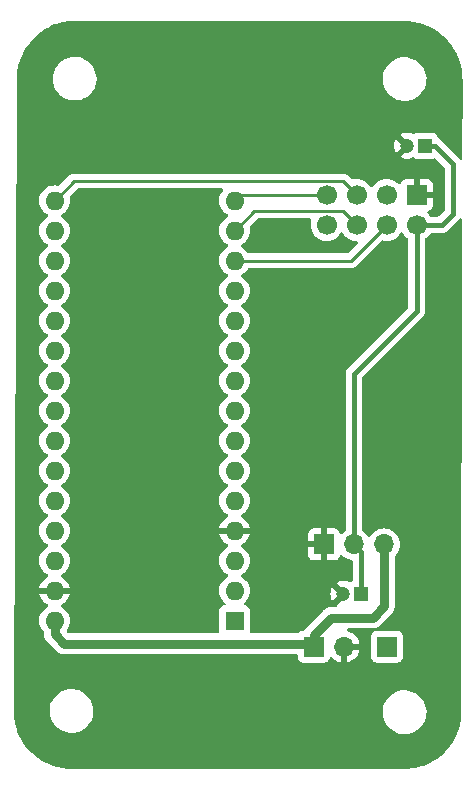
<source format=gbr>
%TF.GenerationSoftware,KiCad,Pcbnew,7.0.7*%
%TF.CreationDate,2023-10-16T17:55:03+02:00*%
%TF.ProjectId,arduino-nano-radio-receiver,61726475-696e-46f2-9d6e-616e6f2d7261,0*%
%TF.SameCoordinates,Original*%
%TF.FileFunction,Copper,L1,Top*%
%TF.FilePolarity,Positive*%
%FSLAX46Y46*%
G04 Gerber Fmt 4.6, Leading zero omitted, Abs format (unit mm)*
G04 Created by KiCad (PCBNEW 7.0.7) date 2023-10-16 17:55:03*
%MOMM*%
%LPD*%
G01*
G04 APERTURE LIST*
%TA.AperFunction,ComponentPad*%
%ADD10R,1.600000X1.600000*%
%TD*%
%TA.AperFunction,ComponentPad*%
%ADD11O,1.600000X1.600000*%
%TD*%
%TA.AperFunction,ComponentPad*%
%ADD12R,1.200000X1.200000*%
%TD*%
%TA.AperFunction,ComponentPad*%
%ADD13C,1.200000*%
%TD*%
%TA.AperFunction,ComponentPad*%
%ADD14R,1.700000X1.700000*%
%TD*%
%TA.AperFunction,ComponentPad*%
%ADD15O,1.700000X1.700000*%
%TD*%
%TA.AperFunction,ComponentPad*%
%ADD16C,1.700000*%
%TD*%
%TA.AperFunction,ViaPad*%
%ADD17C,0.800000*%
%TD*%
%TA.AperFunction,Conductor*%
%ADD18C,0.250000*%
%TD*%
%TA.AperFunction,Conductor*%
%ADD19C,0.800000*%
%TD*%
%TA.AperFunction,Conductor*%
%ADD20C,0.400000*%
%TD*%
G04 APERTURE END LIST*
D10*
%TO.P,A1,1,D1/TX*%
%TO.N,unconnected-(A1-D1{slash}TX-Pad1)*%
X97900000Y-81860000D03*
D11*
%TO.P,A1,2,D0/RX*%
%TO.N,unconnected-(A1-D0{slash}RX-Pad2)*%
X97900000Y-79320000D03*
%TO.P,A1,3,~{RESET}*%
%TO.N,unconnected-(A1-~{RESET}-Pad3)*%
X97900000Y-76780000D03*
%TO.P,A1,4,GND*%
%TO.N,GND*%
X97900000Y-74240000D03*
%TO.P,A1,5,D2*%
%TO.N,Net-(A1-D2)*%
X97900000Y-71700000D03*
%TO.P,A1,6,D3*%
%TO.N,unconnected-(A1-D3-Pad6)*%
X97900000Y-69160000D03*
%TO.P,A1,7,D4*%
%TO.N,unconnected-(A1-D4-Pad7)*%
X97900000Y-66620000D03*
%TO.P,A1,8,D5*%
%TO.N,unconnected-(A1-D5-Pad8)*%
X97900000Y-64080000D03*
%TO.P,A1,9,D6*%
%TO.N,unconnected-(A1-D6-Pad9)*%
X97900000Y-61540000D03*
%TO.P,A1,10,D7*%
%TO.N,unconnected-(A1-D7-Pad10)*%
X97900000Y-59000000D03*
%TO.P,A1,11,D8*%
%TO.N,/IRQ*%
X97900000Y-56460000D03*
%TO.P,A1,12,D9*%
%TO.N,/CE*%
X97900000Y-53920000D03*
%TO.P,A1,13,D10*%
%TO.N,/CSN*%
X97900000Y-51380000D03*
%TO.P,A1,14,D11*%
%TO.N,/MOSI*%
X97900000Y-48840000D03*
%TO.P,A1,15,D12*%
%TO.N,/MISO*%
X97900000Y-46300000D03*
%TO.P,A1,16,D13*%
%TO.N,/SCK*%
X82660000Y-46300000D03*
%TO.P,A1,17,3V3*%
%TO.N,unconnected-(A1-3V3-Pad17)*%
X82660000Y-48840000D03*
%TO.P,A1,18,AREF*%
%TO.N,unconnected-(A1-AREF-Pad18)*%
X82660000Y-51380000D03*
%TO.P,A1,19,A0*%
%TO.N,unconnected-(A1-A0-Pad19)*%
X82660000Y-53920000D03*
%TO.P,A1,20,A1*%
%TO.N,unconnected-(A1-A1-Pad20)*%
X82660000Y-56460000D03*
%TO.P,A1,21,A2*%
%TO.N,unconnected-(A1-A2-Pad21)*%
X82660000Y-59000000D03*
%TO.P,A1,22,A3*%
%TO.N,unconnected-(A1-A3-Pad22)*%
X82660000Y-61540000D03*
%TO.P,A1,23,A4*%
%TO.N,unconnected-(A1-A4-Pad23)*%
X82660000Y-64080000D03*
%TO.P,A1,24,A5*%
%TO.N,unconnected-(A1-A5-Pad24)*%
X82660000Y-66620000D03*
%TO.P,A1,25,A6*%
%TO.N,unconnected-(A1-A6-Pad25)*%
X82660000Y-69160000D03*
%TO.P,A1,26,A7*%
%TO.N,unconnected-(A1-A7-Pad26)*%
X82660000Y-71700000D03*
%TO.P,A1,27,+5V*%
%TO.N,unconnected-(A1-+5V-Pad27)*%
X82660000Y-74240000D03*
%TO.P,A1,28,~{RESET}*%
%TO.N,unconnected-(A1-~{RESET}-Pad28)*%
X82660000Y-76780000D03*
%TO.P,A1,29,GND*%
%TO.N,GND*%
X82660000Y-79320000D03*
%TO.P,A1,30,VIN*%
%TO.N,+12V*%
X82660000Y-81860000D03*
%TD*%
D12*
%TO.P,C1,1*%
%TO.N,+3.3V*%
X108620000Y-79600000D03*
D13*
%TO.P,C1,2*%
%TO.N,GND*%
X107120000Y-79600000D03*
%TD*%
D14*
%TO.P,J1,1,Pin_1*%
%TO.N,Net-(A1-D2)*%
X110800000Y-84050000D03*
%TD*%
%TO.P,BT1,1,+*%
%TO.N,+12V*%
X104600000Y-84050000D03*
D15*
%TO.P,BT1,2,-*%
%TO.N,GND*%
X107140000Y-84050000D03*
%TD*%
D12*
%TO.P,C2,1*%
%TO.N,+3.3V*%
X114000000Y-41650000D03*
D13*
%TO.P,C2,2*%
%TO.N,GND*%
X112500000Y-41650000D03*
%TD*%
D14*
%TO.P,U2,1,GND*%
%TO.N,GND*%
X113320000Y-45800000D03*
D16*
%TO.P,U2,2,VCC*%
%TO.N,+3.3V*%
X113320000Y-48340000D03*
%TO.P,U2,3,CE*%
%TO.N,/CE*%
X110780000Y-45800000D03*
%TO.P,U2,4,~{CSN}*%
%TO.N,/CSN*%
X110780000Y-48340000D03*
%TO.P,U2,5,SCK*%
%TO.N,/SCK*%
X108240000Y-45800000D03*
%TO.P,U2,6,MOSI*%
%TO.N,/MOSI*%
X108240000Y-48340000D03*
%TO.P,U2,7,MISO*%
%TO.N,/MISO*%
X105700000Y-45800000D03*
%TO.P,U2,8,IRQ*%
%TO.N,/IRQ*%
X105700000Y-48340000D03*
%TD*%
D14*
%TO.P,U1,1,GND*%
%TO.N,GND*%
X105470000Y-75400000D03*
D15*
%TO.P,U1,2,VO*%
%TO.N,+3.3V*%
X108010000Y-75400000D03*
%TO.P,U1,3,VI*%
%TO.N,+12V*%
X110550000Y-75400000D03*
%TD*%
D17*
%TO.N,GND*%
X85800000Y-65900000D03*
X105200000Y-77750000D03*
X82200000Y-40800000D03*
X106500000Y-36700000D03*
X89600000Y-92000000D03*
X96100000Y-87800000D03*
X97900000Y-38800000D03*
X107100000Y-59400000D03*
X115900000Y-84000000D03*
X88600000Y-36900000D03*
X102900000Y-56600000D03*
X86300000Y-46800000D03*
X106400000Y-90700000D03*
X113800000Y-61200000D03*
X95200000Y-75900000D03*
X94200000Y-60300000D03*
X111700000Y-53250000D03*
X100900000Y-49800000D03*
X87000000Y-80100000D03*
X90400000Y-52700000D03*
X113370000Y-78100000D03*
X101500000Y-81100000D03*
%TD*%
D18*
%TO.N,/CSN*%
X110780000Y-48340000D02*
X107740000Y-51380000D01*
X107740000Y-51380000D02*
X97900000Y-51380000D01*
%TO.N,/MOSI*%
X99575000Y-47165000D02*
X107065000Y-47165000D01*
X107065000Y-47165000D02*
X108240000Y-48340000D01*
X97900000Y-48840000D02*
X99575000Y-47165000D01*
%TO.N,/MISO*%
X98400000Y-45800000D02*
X97900000Y-46300000D01*
X105700000Y-45800000D02*
X98400000Y-45800000D01*
%TO.N,/SCK*%
X107065000Y-44625000D02*
X84335000Y-44625000D01*
X84335000Y-44625000D02*
X82660000Y-46300000D01*
X108240000Y-45800000D02*
X107065000Y-44625000D01*
D19*
%TO.N,+12V*%
X110550000Y-80650000D02*
X110550000Y-75400000D01*
X83450000Y-83800000D02*
X104350000Y-83800000D01*
X104350000Y-83800000D02*
X104600000Y-84050000D01*
X82660000Y-83010000D02*
X83450000Y-83800000D01*
X109600000Y-81600000D02*
X110550000Y-80650000D01*
X82660000Y-81860000D02*
X82660000Y-83010000D01*
X106100000Y-81600000D02*
X109600000Y-81600000D01*
X104600000Y-83100000D02*
X106100000Y-81600000D01*
X104600000Y-84050000D02*
X104600000Y-83100000D01*
D20*
%TO.N,+3.3V*%
X116400000Y-43200000D02*
X116400000Y-47400000D01*
X108620000Y-79600000D02*
X108620000Y-76010000D01*
X116400000Y-47400000D02*
X115460000Y-48340000D01*
X108010000Y-60940000D02*
X113320000Y-55630000D01*
X113320000Y-55630000D02*
X113320000Y-48340000D01*
X114000000Y-41650000D02*
X114850000Y-41650000D01*
X114850000Y-41650000D02*
X116400000Y-43200000D01*
X108620000Y-76010000D02*
X108010000Y-75400000D01*
X115460000Y-48340000D02*
X113320000Y-48340000D01*
X108010000Y-75400000D02*
X108010000Y-60940000D01*
%TD*%
%TA.AperFunction,Conductor*%
%TO.N,GND*%
G36*
X112248230Y-31100179D02*
G01*
X112248451Y-31100245D01*
X112300000Y-31100245D01*
X112493191Y-31108734D01*
X112734306Y-31119954D01*
X112739528Y-31120421D01*
X112952645Y-31148662D01*
X113173288Y-31179643D01*
X113178136Y-31180523D01*
X113391727Y-31228193D01*
X113605032Y-31278701D01*
X113609487Y-31279932D01*
X113787858Y-31336562D01*
X113819607Y-31346642D01*
X114026062Y-31416322D01*
X114030109Y-31417847D01*
X114138655Y-31463132D01*
X114234452Y-31503099D01*
X114327851Y-31544641D01*
X114432941Y-31591383D01*
X114436537Y-31593123D01*
X114633157Y-31696258D01*
X114822324Y-31802443D01*
X114825455Y-31804325D01*
X115012650Y-31924553D01*
X115191067Y-32047798D01*
X115193756Y-32049766D01*
X115369909Y-32186127D01*
X115431821Y-32238010D01*
X115536113Y-32325409D01*
X115538381Y-32327407D01*
X115702082Y-32478869D01*
X115855658Y-32634019D01*
X116005433Y-32799249D01*
X116007421Y-32801553D01*
X116144991Y-32969156D01*
X116279552Y-33146697D01*
X116281510Y-33149432D01*
X116402914Y-33329076D01*
X116470625Y-33436907D01*
X116521216Y-33517475D01*
X116523081Y-33520651D01*
X116591435Y-33645386D01*
X116627335Y-33710898D01*
X116728449Y-33908545D01*
X116730157Y-33912166D01*
X116816411Y-34111549D01*
X116899568Y-34316737D01*
X116901052Y-34320799D01*
X116968628Y-34527975D01*
X117025047Y-34712180D01*
X117033171Y-34738702D01*
X117034364Y-34743191D01*
X117082724Y-34957144D01*
X117128179Y-35171059D01*
X117129016Y-35175953D01*
X117157752Y-35396954D01*
X117183806Y-35610257D01*
X117184222Y-35615527D01*
X117192982Y-35856738D01*
X117199500Y-36049995D01*
X117199020Y-36097970D01*
X117199402Y-36101633D01*
X117187050Y-42709407D01*
X117167240Y-42776409D01*
X117114351Y-42822065D01*
X117045174Y-42831880D01*
X116981672Y-42802736D01*
X116961002Y-42779617D01*
X116928183Y-42732071D01*
X116881750Y-42690935D01*
X116879056Y-42688399D01*
X115361598Y-41170941D01*
X115359064Y-41168250D01*
X115317929Y-41121817D01*
X115317928Y-41121816D01*
X115317924Y-41121812D01*
X115266896Y-41086591D01*
X115263887Y-41084377D01*
X115215060Y-41046124D01*
X115215055Y-41046120D01*
X115205813Y-41041961D01*
X115186266Y-41030936D01*
X115177931Y-41025183D01*
X115177932Y-41025183D01*
X115177930Y-41025182D01*
X115168753Y-41021701D01*
X115113051Y-40979524D01*
X115096543Y-40949092D01*
X115043798Y-40807673D01*
X115043793Y-40807664D01*
X114957547Y-40692455D01*
X114957544Y-40692452D01*
X114842335Y-40606206D01*
X114842328Y-40606202D01*
X114707482Y-40555908D01*
X114707483Y-40555908D01*
X114647883Y-40549501D01*
X114647881Y-40549500D01*
X114647873Y-40549500D01*
X114647864Y-40549500D01*
X113352129Y-40549500D01*
X113352123Y-40549501D01*
X113292516Y-40555908D01*
X113157671Y-40606202D01*
X113157665Y-40606205D01*
X113108004Y-40643381D01*
X113042539Y-40667797D01*
X112988902Y-40659740D01*
X112802324Y-40587460D01*
X112601928Y-40550000D01*
X112398072Y-40550000D01*
X112197678Y-40587460D01*
X112007588Y-40661100D01*
X112007584Y-40661102D01*
X111919310Y-40715758D01*
X112389736Y-41186183D01*
X112423221Y-41247506D01*
X112418237Y-41317197D01*
X112376366Y-41373131D01*
X112367334Y-41379290D01*
X112294390Y-41424456D01*
X112219874Y-41523132D01*
X112216476Y-41520566D01*
X112184097Y-41555435D01*
X112116420Y-41572803D01*
X112050098Y-41550824D01*
X112033004Y-41536557D01*
X111562533Y-41066085D01*
X111560754Y-41068443D01*
X111469886Y-41250930D01*
X111469883Y-41250936D01*
X111414097Y-41447007D01*
X111414096Y-41447010D01*
X111395287Y-41649999D01*
X111395287Y-41650000D01*
X111414096Y-41852989D01*
X111414097Y-41852992D01*
X111469883Y-42049063D01*
X111469886Y-42049069D01*
X111560754Y-42231556D01*
X111560755Y-42231557D01*
X111562533Y-42233912D01*
X112036880Y-41759567D01*
X112098203Y-41726082D01*
X112167895Y-41731066D01*
X112223828Y-41772938D01*
X112235561Y-41791976D01*
X112256447Y-41833921D01*
X112256449Y-41833923D01*
X112339332Y-41909483D01*
X112339333Y-41909483D01*
X112339334Y-41909484D01*
X112345485Y-41911866D01*
X112400887Y-41954437D01*
X112424479Y-42020203D01*
X112408771Y-42088284D01*
X112388375Y-42115175D01*
X111919310Y-42584240D01*
X111919311Y-42584241D01*
X112007581Y-42638895D01*
X112007588Y-42638899D01*
X112197678Y-42712539D01*
X112398072Y-42750000D01*
X112601928Y-42750000D01*
X112802326Y-42712538D01*
X112988902Y-42640259D01*
X113058525Y-42634396D01*
X113108005Y-42656617D01*
X113153869Y-42690951D01*
X113157668Y-42693795D01*
X113157671Y-42693797D01*
X113292517Y-42744091D01*
X113292516Y-42744091D01*
X113299444Y-42744835D01*
X113352127Y-42750500D01*
X114647872Y-42750499D01*
X114707483Y-42744091D01*
X114811956Y-42705124D01*
X114881646Y-42700141D01*
X114942969Y-42733626D01*
X115663182Y-43453839D01*
X115696666Y-43515160D01*
X115699500Y-43541518D01*
X115699500Y-47058481D01*
X115679815Y-47125520D01*
X115663181Y-47146162D01*
X115206162Y-47603181D01*
X115144839Y-47636666D01*
X115118481Y-47639500D01*
X114542711Y-47639500D01*
X114475672Y-47619815D01*
X114441136Y-47586623D01*
X114358496Y-47468600D01*
X114320463Y-47430567D01*
X114236179Y-47346283D01*
X114202696Y-47284963D01*
X114207680Y-47215271D01*
X114249551Y-47159337D01*
X114280529Y-47142422D01*
X114412086Y-47093354D01*
X114412093Y-47093350D01*
X114527187Y-47007190D01*
X114527190Y-47007187D01*
X114613350Y-46892093D01*
X114613354Y-46892086D01*
X114663596Y-46757379D01*
X114663598Y-46757372D01*
X114669999Y-46697844D01*
X114670000Y-46697827D01*
X114670000Y-46050000D01*
X113933347Y-46050000D01*
X113866308Y-46030315D01*
X113820553Y-45977511D01*
X113810609Y-45908353D01*
X113814369Y-45891067D01*
X113820000Y-45871888D01*
X113820000Y-45728111D01*
X113814369Y-45708933D01*
X113814370Y-45639064D01*
X113852145Y-45580286D01*
X113915701Y-45551262D01*
X113933347Y-45550000D01*
X114670000Y-45550000D01*
X114670000Y-44902172D01*
X114669999Y-44902155D01*
X114663598Y-44842627D01*
X114663596Y-44842620D01*
X114613354Y-44707913D01*
X114613350Y-44707906D01*
X114527190Y-44592812D01*
X114527187Y-44592809D01*
X114412093Y-44506649D01*
X114412086Y-44506645D01*
X114277379Y-44456403D01*
X114277372Y-44456401D01*
X114217844Y-44450000D01*
X113570000Y-44450000D01*
X113570000Y-45187698D01*
X113550315Y-45254737D01*
X113497511Y-45300492D01*
X113428355Y-45310436D01*
X113355766Y-45300000D01*
X113355763Y-45300000D01*
X113284237Y-45300000D01*
X113284233Y-45300000D01*
X113211645Y-45310436D01*
X113142487Y-45300492D01*
X113089684Y-45254736D01*
X113070000Y-45187698D01*
X113070000Y-44450000D01*
X112422155Y-44450000D01*
X112362627Y-44456401D01*
X112362620Y-44456403D01*
X112227913Y-44506645D01*
X112227906Y-44506649D01*
X112112812Y-44592809D01*
X112112809Y-44592812D01*
X112026649Y-44707906D01*
X112026645Y-44707913D01*
X111977578Y-44839470D01*
X111935707Y-44895404D01*
X111870242Y-44919821D01*
X111801969Y-44904969D01*
X111773715Y-44883819D01*
X111729366Y-44839470D01*
X111651401Y-44761505D01*
X111651397Y-44761502D01*
X111651396Y-44761501D01*
X111457834Y-44625967D01*
X111457830Y-44625965D01*
X111386727Y-44592809D01*
X111243663Y-44526097D01*
X111243659Y-44526096D01*
X111243655Y-44526094D01*
X111015413Y-44464938D01*
X111015403Y-44464936D01*
X110780001Y-44444341D01*
X110779999Y-44444341D01*
X110544596Y-44464936D01*
X110544586Y-44464938D01*
X110316344Y-44526094D01*
X110316335Y-44526098D01*
X110102171Y-44625964D01*
X110102169Y-44625965D01*
X109908597Y-44761505D01*
X109741505Y-44928597D01*
X109611575Y-45114158D01*
X109556998Y-45157783D01*
X109487500Y-45164977D01*
X109425145Y-45133454D01*
X109408425Y-45114158D01*
X109278494Y-44928597D01*
X109111402Y-44761506D01*
X109111395Y-44761501D01*
X108917834Y-44625967D01*
X108917830Y-44625965D01*
X108846727Y-44592809D01*
X108703663Y-44526097D01*
X108703659Y-44526096D01*
X108703655Y-44526094D01*
X108475413Y-44464938D01*
X108475403Y-44464936D01*
X108240001Y-44444341D01*
X108239999Y-44444341D01*
X108004590Y-44464937D01*
X108004589Y-44464937D01*
X107904124Y-44491855D01*
X107834274Y-44490191D01*
X107784352Y-44459761D01*
X107565803Y-44241212D01*
X107555980Y-44228950D01*
X107555759Y-44229134D01*
X107550786Y-44223123D01*
X107532159Y-44205631D01*
X107500364Y-44175773D01*
X107489919Y-44165328D01*
X107479475Y-44154883D01*
X107473986Y-44150625D01*
X107469561Y-44146847D01*
X107435582Y-44114938D01*
X107435580Y-44114936D01*
X107435577Y-44114935D01*
X107418029Y-44105288D01*
X107401763Y-44094604D01*
X107385933Y-44082325D01*
X107343168Y-44063818D01*
X107337922Y-44061248D01*
X107297093Y-44038803D01*
X107297092Y-44038802D01*
X107277693Y-44033822D01*
X107259281Y-44027518D01*
X107240898Y-44019562D01*
X107240892Y-44019560D01*
X107194874Y-44012272D01*
X107189152Y-44011087D01*
X107144021Y-43999500D01*
X107144019Y-43999500D01*
X107123984Y-43999500D01*
X107104586Y-43997973D01*
X107097162Y-43996797D01*
X107084805Y-43994840D01*
X107084804Y-43994840D01*
X107038416Y-43999225D01*
X107032578Y-43999500D01*
X84417743Y-43999500D01*
X84402122Y-43997775D01*
X84402095Y-43998061D01*
X84394333Y-43997326D01*
X84325172Y-43999500D01*
X84295649Y-43999500D01*
X84288778Y-44000367D01*
X84282959Y-44000825D01*
X84236374Y-44002289D01*
X84236368Y-44002290D01*
X84217126Y-44007880D01*
X84198087Y-44011823D01*
X84178217Y-44014334D01*
X84178203Y-44014337D01*
X84134883Y-44031488D01*
X84129358Y-44033380D01*
X84084613Y-44046380D01*
X84084610Y-44046381D01*
X84067366Y-44056579D01*
X84049905Y-44065133D01*
X84031274Y-44072510D01*
X84031262Y-44072517D01*
X83993570Y-44099902D01*
X83988687Y-44103109D01*
X83948580Y-44126829D01*
X83934414Y-44140995D01*
X83919624Y-44153627D01*
X83903414Y-44165404D01*
X83903411Y-44165407D01*
X83873710Y-44201309D01*
X83869777Y-44205631D01*
X83074821Y-45000586D01*
X83013498Y-45034071D01*
X82955048Y-45032680D01*
X82886697Y-45014366D01*
X82886693Y-45014365D01*
X82886692Y-45014365D01*
X82773346Y-45004448D01*
X82660001Y-44994532D01*
X82659998Y-44994532D01*
X82433313Y-45014364D01*
X82433302Y-45014366D01*
X82213511Y-45073258D01*
X82213502Y-45073261D01*
X82007267Y-45169431D01*
X82007265Y-45169432D01*
X81820858Y-45299954D01*
X81659954Y-45460858D01*
X81529432Y-45647265D01*
X81529431Y-45647267D01*
X81433261Y-45853502D01*
X81433258Y-45853511D01*
X81374366Y-46073302D01*
X81374364Y-46073313D01*
X81354532Y-46299998D01*
X81354532Y-46300001D01*
X81374364Y-46526686D01*
X81374366Y-46526697D01*
X81433258Y-46746488D01*
X81433261Y-46746497D01*
X81529431Y-46952732D01*
X81529432Y-46952734D01*
X81659954Y-47139141D01*
X81820858Y-47300045D01*
X81822943Y-47301505D01*
X82007266Y-47430568D01*
X82065275Y-47457618D01*
X82117714Y-47503791D01*
X82136866Y-47570984D01*
X82116650Y-47637865D01*
X82065275Y-47682382D01*
X82007267Y-47709431D01*
X82007265Y-47709432D01*
X81820858Y-47839954D01*
X81659954Y-48000858D01*
X81529432Y-48187265D01*
X81529431Y-48187267D01*
X81433261Y-48393502D01*
X81433258Y-48393511D01*
X81374366Y-48613302D01*
X81374364Y-48613313D01*
X81354532Y-48839998D01*
X81354532Y-48840001D01*
X81374364Y-49066686D01*
X81374366Y-49066697D01*
X81433258Y-49286488D01*
X81433261Y-49286497D01*
X81529431Y-49492732D01*
X81529432Y-49492734D01*
X81659954Y-49679141D01*
X81820858Y-49840045D01*
X81820861Y-49840047D01*
X82007266Y-49970568D01*
X82065275Y-49997618D01*
X82117714Y-50043791D01*
X82136866Y-50110984D01*
X82116650Y-50177865D01*
X82065275Y-50222382D01*
X82007267Y-50249431D01*
X82007265Y-50249432D01*
X81820858Y-50379954D01*
X81659954Y-50540858D01*
X81529432Y-50727265D01*
X81529431Y-50727267D01*
X81433261Y-50933502D01*
X81433258Y-50933511D01*
X81374366Y-51153302D01*
X81374364Y-51153313D01*
X81354532Y-51379998D01*
X81354532Y-51380001D01*
X81374364Y-51606686D01*
X81374366Y-51606697D01*
X81433258Y-51826488D01*
X81433261Y-51826497D01*
X81529431Y-52032732D01*
X81529432Y-52032734D01*
X81659954Y-52219141D01*
X81820858Y-52380045D01*
X81820861Y-52380047D01*
X82007266Y-52510568D01*
X82065275Y-52537618D01*
X82117714Y-52583791D01*
X82136866Y-52650984D01*
X82116650Y-52717865D01*
X82065275Y-52762382D01*
X82007267Y-52789431D01*
X82007265Y-52789432D01*
X81820858Y-52919954D01*
X81659954Y-53080858D01*
X81529432Y-53267265D01*
X81529431Y-53267267D01*
X81433261Y-53473502D01*
X81433258Y-53473511D01*
X81374366Y-53693302D01*
X81374364Y-53693313D01*
X81354532Y-53919998D01*
X81354532Y-53920001D01*
X81374364Y-54146686D01*
X81374366Y-54146697D01*
X81433258Y-54366488D01*
X81433261Y-54366497D01*
X81529431Y-54572732D01*
X81529432Y-54572734D01*
X81659954Y-54759141D01*
X81820858Y-54920045D01*
X81820861Y-54920047D01*
X82007266Y-55050568D01*
X82065275Y-55077618D01*
X82117714Y-55123791D01*
X82136866Y-55190984D01*
X82116650Y-55257865D01*
X82065275Y-55302382D01*
X82007267Y-55329431D01*
X82007265Y-55329432D01*
X81820858Y-55459954D01*
X81659954Y-55620858D01*
X81529432Y-55807265D01*
X81529431Y-55807267D01*
X81433261Y-56013502D01*
X81433258Y-56013511D01*
X81374366Y-56233302D01*
X81374364Y-56233313D01*
X81354532Y-56459998D01*
X81354532Y-56460001D01*
X81374364Y-56686686D01*
X81374366Y-56686697D01*
X81433258Y-56906488D01*
X81433261Y-56906497D01*
X81529431Y-57112732D01*
X81529432Y-57112734D01*
X81659954Y-57299141D01*
X81820858Y-57460045D01*
X81820861Y-57460047D01*
X82007266Y-57590568D01*
X82065275Y-57617618D01*
X82117714Y-57663791D01*
X82136866Y-57730984D01*
X82116650Y-57797865D01*
X82065275Y-57842382D01*
X82007267Y-57869431D01*
X82007265Y-57869432D01*
X81820858Y-57999954D01*
X81659954Y-58160858D01*
X81529432Y-58347265D01*
X81529431Y-58347267D01*
X81433261Y-58553502D01*
X81433258Y-58553511D01*
X81374366Y-58773302D01*
X81374364Y-58773313D01*
X81354532Y-58999998D01*
X81354532Y-59000001D01*
X81374364Y-59226686D01*
X81374366Y-59226697D01*
X81433258Y-59446488D01*
X81433261Y-59446497D01*
X81529431Y-59652732D01*
X81529432Y-59652734D01*
X81659954Y-59839141D01*
X81820858Y-60000045D01*
X81820861Y-60000047D01*
X82007266Y-60130568D01*
X82065275Y-60157618D01*
X82117714Y-60203791D01*
X82136866Y-60270984D01*
X82116650Y-60337865D01*
X82065275Y-60382382D01*
X82007267Y-60409431D01*
X82007265Y-60409432D01*
X81820858Y-60539954D01*
X81659954Y-60700858D01*
X81529432Y-60887265D01*
X81529431Y-60887267D01*
X81433261Y-61093502D01*
X81433258Y-61093511D01*
X81374366Y-61313302D01*
X81374364Y-61313313D01*
X81354532Y-61539998D01*
X81354532Y-61540001D01*
X81374364Y-61766686D01*
X81374366Y-61766697D01*
X81433258Y-61986488D01*
X81433261Y-61986497D01*
X81529431Y-62192732D01*
X81529432Y-62192734D01*
X81659954Y-62379141D01*
X81820858Y-62540045D01*
X81820861Y-62540047D01*
X82007266Y-62670568D01*
X82065275Y-62697618D01*
X82117714Y-62743791D01*
X82136866Y-62810984D01*
X82116650Y-62877865D01*
X82065275Y-62922382D01*
X82007267Y-62949431D01*
X82007265Y-62949432D01*
X81820858Y-63079954D01*
X81659954Y-63240858D01*
X81529432Y-63427265D01*
X81529431Y-63427267D01*
X81433261Y-63633502D01*
X81433258Y-63633511D01*
X81374366Y-63853302D01*
X81374364Y-63853313D01*
X81354532Y-64079998D01*
X81354532Y-64080001D01*
X81374364Y-64306686D01*
X81374366Y-64306697D01*
X81433258Y-64526488D01*
X81433261Y-64526497D01*
X81529431Y-64732732D01*
X81529432Y-64732734D01*
X81659954Y-64919141D01*
X81820858Y-65080045D01*
X81820861Y-65080047D01*
X82007266Y-65210568D01*
X82065278Y-65237619D01*
X82117713Y-65283788D01*
X82136866Y-65350982D01*
X82116651Y-65417863D01*
X82065277Y-65462380D01*
X82007268Y-65489430D01*
X82007265Y-65489432D01*
X81820858Y-65619954D01*
X81659954Y-65780858D01*
X81529432Y-65967265D01*
X81529431Y-65967267D01*
X81433261Y-66173502D01*
X81433258Y-66173511D01*
X81374366Y-66393302D01*
X81374364Y-66393313D01*
X81354532Y-66619998D01*
X81354532Y-66620001D01*
X81374364Y-66846686D01*
X81374366Y-66846697D01*
X81433258Y-67066488D01*
X81433261Y-67066497D01*
X81529431Y-67272732D01*
X81529432Y-67272734D01*
X81659954Y-67459141D01*
X81820858Y-67620045D01*
X81820861Y-67620047D01*
X82007266Y-67750568D01*
X82065275Y-67777618D01*
X82117714Y-67823791D01*
X82136866Y-67890984D01*
X82116650Y-67957865D01*
X82065275Y-68002382D01*
X82007267Y-68029431D01*
X82007265Y-68029432D01*
X81820858Y-68159954D01*
X81659954Y-68320858D01*
X81529432Y-68507265D01*
X81529431Y-68507267D01*
X81433261Y-68713502D01*
X81433258Y-68713511D01*
X81374366Y-68933302D01*
X81374364Y-68933313D01*
X81354532Y-69159998D01*
X81354532Y-69160001D01*
X81374364Y-69386686D01*
X81374366Y-69386697D01*
X81433258Y-69606488D01*
X81433261Y-69606497D01*
X81529431Y-69812732D01*
X81529432Y-69812734D01*
X81659954Y-69999141D01*
X81820858Y-70160045D01*
X81820861Y-70160047D01*
X82007266Y-70290568D01*
X82065275Y-70317618D01*
X82117714Y-70363791D01*
X82136866Y-70430984D01*
X82116650Y-70497865D01*
X82065275Y-70542382D01*
X82007267Y-70569431D01*
X82007265Y-70569432D01*
X81820858Y-70699954D01*
X81659954Y-70860858D01*
X81529432Y-71047265D01*
X81529431Y-71047267D01*
X81433261Y-71253502D01*
X81433258Y-71253511D01*
X81374366Y-71473302D01*
X81374364Y-71473313D01*
X81354532Y-71699998D01*
X81354532Y-71700001D01*
X81374364Y-71926686D01*
X81374366Y-71926697D01*
X81433258Y-72146488D01*
X81433261Y-72146497D01*
X81529431Y-72352732D01*
X81529432Y-72352734D01*
X81659954Y-72539141D01*
X81820858Y-72700045D01*
X81820861Y-72700047D01*
X82007266Y-72830568D01*
X82065275Y-72857618D01*
X82117714Y-72903791D01*
X82136866Y-72970984D01*
X82116650Y-73037865D01*
X82065275Y-73082382D01*
X82007267Y-73109431D01*
X82007265Y-73109432D01*
X81820858Y-73239954D01*
X81659954Y-73400858D01*
X81529432Y-73587265D01*
X81529431Y-73587267D01*
X81433261Y-73793502D01*
X81433258Y-73793511D01*
X81374366Y-74013302D01*
X81374364Y-74013313D01*
X81354532Y-74239998D01*
X81354532Y-74240001D01*
X81374364Y-74466686D01*
X81374366Y-74466697D01*
X81433258Y-74686488D01*
X81433261Y-74686497D01*
X81529431Y-74892732D01*
X81529432Y-74892734D01*
X81659954Y-75079141D01*
X81820858Y-75240045D01*
X81820861Y-75240047D01*
X82007266Y-75370568D01*
X82064681Y-75397341D01*
X82065275Y-75397618D01*
X82117714Y-75443791D01*
X82136866Y-75510984D01*
X82116650Y-75577865D01*
X82065275Y-75622382D01*
X82007267Y-75649431D01*
X82007265Y-75649432D01*
X81820858Y-75779954D01*
X81659954Y-75940858D01*
X81529432Y-76127265D01*
X81529431Y-76127267D01*
X81433261Y-76333502D01*
X81433258Y-76333511D01*
X81374366Y-76553302D01*
X81374364Y-76553313D01*
X81354532Y-76779998D01*
X81354532Y-76780001D01*
X81374364Y-77006686D01*
X81374366Y-77006697D01*
X81433258Y-77226488D01*
X81433261Y-77226497D01*
X81529431Y-77432732D01*
X81529432Y-77432734D01*
X81659954Y-77619141D01*
X81820858Y-77780045D01*
X81820861Y-77780047D01*
X82007266Y-77910568D01*
X82065865Y-77937893D01*
X82118305Y-77984065D01*
X82137457Y-78051258D01*
X82117242Y-78118139D01*
X82065867Y-78162657D01*
X82007515Y-78189867D01*
X81821179Y-78320342D01*
X81660342Y-78481179D01*
X81529865Y-78667517D01*
X81433734Y-78873673D01*
X81433730Y-78873682D01*
X81381127Y-79069999D01*
X81381128Y-79070000D01*
X82046653Y-79070000D01*
X82113692Y-79089685D01*
X82159447Y-79142489D01*
X82169391Y-79211647D01*
X82165631Y-79228933D01*
X82160000Y-79248111D01*
X82160000Y-79391888D01*
X82165631Y-79411067D01*
X82165630Y-79480936D01*
X82127855Y-79539714D01*
X82064299Y-79568738D01*
X82046653Y-79570000D01*
X81381128Y-79570000D01*
X81433730Y-79766317D01*
X81433734Y-79766326D01*
X81529865Y-79972482D01*
X81660342Y-80158820D01*
X81821179Y-80319657D01*
X82007518Y-80450134D01*
X82007520Y-80450135D01*
X82065865Y-80477342D01*
X82118305Y-80523514D01*
X82137457Y-80590707D01*
X82117242Y-80657589D01*
X82065867Y-80702105D01*
X82044992Y-80711840D01*
X82007264Y-80729433D01*
X81820858Y-80859954D01*
X81659954Y-81020858D01*
X81529432Y-81207265D01*
X81529431Y-81207267D01*
X81433261Y-81413502D01*
X81433258Y-81413511D01*
X81374366Y-81633302D01*
X81374364Y-81633313D01*
X81354532Y-81859998D01*
X81354532Y-81860001D01*
X81374364Y-82086686D01*
X81374366Y-82086697D01*
X81433258Y-82306488D01*
X81433261Y-82306497D01*
X81529431Y-82512732D01*
X81529432Y-82512734D01*
X81659951Y-82699137D01*
X81659952Y-82699138D01*
X81659953Y-82699139D01*
X81723182Y-82762368D01*
X81756666Y-82823689D01*
X81759500Y-82850048D01*
X81759500Y-82929373D01*
X81757973Y-82948772D01*
X81755781Y-82962611D01*
X81759415Y-83031956D01*
X81759500Y-83035201D01*
X81759500Y-83057189D01*
X81761797Y-83079059D01*
X81762051Y-83082290D01*
X81765686Y-83151643D01*
X81765688Y-83151653D01*
X81769315Y-83165189D01*
X81772860Y-83184314D01*
X81774325Y-83198249D01*
X81774326Y-83198256D01*
X81774328Y-83198262D01*
X81795784Y-83264298D01*
X81796705Y-83267409D01*
X81814679Y-83334486D01*
X81814684Y-83334498D01*
X81821043Y-83346978D01*
X81828488Y-83364949D01*
X81832820Y-83378282D01*
X81867537Y-83438414D01*
X81869085Y-83441266D01*
X81890992Y-83484259D01*
X81900617Y-83503149D01*
X81900619Y-83503151D01*
X81900620Y-83503153D01*
X81909438Y-83514043D01*
X81920454Y-83530070D01*
X81927465Y-83542213D01*
X81927470Y-83542220D01*
X81973939Y-83593831D01*
X81976043Y-83596295D01*
X81989882Y-83613382D01*
X82005423Y-83628922D01*
X82007657Y-83631277D01*
X82054128Y-83682887D01*
X82065468Y-83691126D01*
X82080265Y-83703764D01*
X82756236Y-84379736D01*
X82768871Y-84394529D01*
X82777110Y-84405869D01*
X82777112Y-84405871D01*
X82828730Y-84452348D01*
X82831068Y-84454568D01*
X82846620Y-84470120D01*
X82863716Y-84483964D01*
X82866168Y-84486058D01*
X82888887Y-84506514D01*
X82917784Y-84532533D01*
X82921503Y-84534680D01*
X82929920Y-84539540D01*
X82945952Y-84550557D01*
X82956851Y-84559383D01*
X83018714Y-84590903D01*
X83021569Y-84592453D01*
X83081707Y-84627174D01*
X83081712Y-84627177D01*
X83081713Y-84627177D01*
X83081716Y-84627179D01*
X83095050Y-84631511D01*
X83113022Y-84638956D01*
X83125512Y-84645320D01*
X83125514Y-84645320D01*
X83125515Y-84645321D01*
X83143928Y-84650254D01*
X83192601Y-84663296D01*
X83195682Y-84664209D01*
X83261744Y-84685674D01*
X83275688Y-84687139D01*
X83294814Y-84690685D01*
X83304441Y-84693264D01*
X83308355Y-84694313D01*
X83377720Y-84697947D01*
X83380935Y-84698200D01*
X83402808Y-84700500D01*
X83424798Y-84700500D01*
X83428041Y-84700584D01*
X83497388Y-84704219D01*
X83511227Y-84702027D01*
X83530627Y-84700500D01*
X103125501Y-84700500D01*
X103192540Y-84720185D01*
X103238295Y-84772989D01*
X103249501Y-84824500D01*
X103249501Y-84947876D01*
X103255908Y-85007483D01*
X103306202Y-85142328D01*
X103306206Y-85142335D01*
X103392452Y-85257544D01*
X103392455Y-85257547D01*
X103507664Y-85343793D01*
X103507671Y-85343797D01*
X103642517Y-85394091D01*
X103642516Y-85394091D01*
X103649444Y-85394835D01*
X103702127Y-85400500D01*
X105497872Y-85400499D01*
X105557483Y-85394091D01*
X105692331Y-85343796D01*
X105807546Y-85257546D01*
X105893796Y-85142331D01*
X105943002Y-85010401D01*
X105984872Y-84954468D01*
X106050337Y-84930050D01*
X106118610Y-84944901D01*
X106146865Y-84966053D01*
X106268917Y-85088105D01*
X106462421Y-85223600D01*
X106676507Y-85323429D01*
X106676516Y-85323433D01*
X106890000Y-85380634D01*
X106890000Y-84662301D01*
X106909685Y-84595262D01*
X106962489Y-84549507D01*
X107031647Y-84539563D01*
X107104237Y-84550000D01*
X107104238Y-84550000D01*
X107175762Y-84550000D01*
X107175763Y-84550000D01*
X107248353Y-84539563D01*
X107317512Y-84549507D01*
X107370315Y-84595262D01*
X107390000Y-84662301D01*
X107390000Y-85380633D01*
X107603483Y-85323433D01*
X107603492Y-85323429D01*
X107817578Y-85223600D01*
X108011082Y-85088105D01*
X108151317Y-84947870D01*
X109449500Y-84947870D01*
X109449501Y-84947876D01*
X109455908Y-85007483D01*
X109506202Y-85142328D01*
X109506206Y-85142335D01*
X109592452Y-85257544D01*
X109592455Y-85257547D01*
X109707664Y-85343793D01*
X109707671Y-85343797D01*
X109842517Y-85394091D01*
X109842516Y-85394091D01*
X109849444Y-85394835D01*
X109902127Y-85400500D01*
X111697872Y-85400499D01*
X111757483Y-85394091D01*
X111892331Y-85343796D01*
X112007546Y-85257546D01*
X112093796Y-85142331D01*
X112144091Y-85007483D01*
X112150500Y-84947873D01*
X112150499Y-83152128D01*
X112144091Y-83092517D01*
X112139071Y-83079059D01*
X112093797Y-82957671D01*
X112093793Y-82957664D01*
X112007547Y-82842455D01*
X112007544Y-82842452D01*
X111892335Y-82756206D01*
X111892328Y-82756202D01*
X111757482Y-82705908D01*
X111757483Y-82705908D01*
X111697883Y-82699501D01*
X111697881Y-82699500D01*
X111697873Y-82699500D01*
X111697865Y-82699500D01*
X109917745Y-82699500D01*
X109850706Y-82679815D01*
X109831711Y-82657893D01*
X109816720Y-82695863D01*
X109762220Y-82735857D01*
X109707670Y-82756203D01*
X109707664Y-82756206D01*
X109592455Y-82842452D01*
X109592452Y-82842455D01*
X109506206Y-82957664D01*
X109506202Y-82957671D01*
X109455908Y-83092517D01*
X109449552Y-83151643D01*
X109449501Y-83152123D01*
X109449500Y-83152135D01*
X109449500Y-84947870D01*
X108151317Y-84947870D01*
X108178105Y-84921082D01*
X108313600Y-84727578D01*
X108413429Y-84513492D01*
X108413432Y-84513486D01*
X108470636Y-84300000D01*
X107753347Y-84300000D01*
X107686308Y-84280315D01*
X107640553Y-84227511D01*
X107630609Y-84158353D01*
X107634369Y-84141067D01*
X107640000Y-84121888D01*
X107640000Y-83978111D01*
X107634369Y-83958933D01*
X107634370Y-83889064D01*
X107672145Y-83830286D01*
X107735701Y-83801262D01*
X107753347Y-83800000D01*
X108470636Y-83800000D01*
X108470635Y-83799999D01*
X108413432Y-83586513D01*
X108413429Y-83586507D01*
X108313600Y-83372422D01*
X108313599Y-83372420D01*
X108178113Y-83178926D01*
X108178108Y-83178920D01*
X108011082Y-83011894D01*
X107817578Y-82876399D01*
X107603492Y-82776570D01*
X107603483Y-82776566D01*
X107482969Y-82744275D01*
X107423308Y-82707910D01*
X107392779Y-82645063D01*
X107401074Y-82575687D01*
X107445559Y-82521810D01*
X107512111Y-82500535D01*
X107515062Y-82500500D01*
X109519373Y-82500500D01*
X109538772Y-82502027D01*
X109552612Y-82504219D01*
X109621959Y-82500584D01*
X109625203Y-82500500D01*
X109647191Y-82500500D01*
X109647192Y-82500500D01*
X109669063Y-82498200D01*
X109672281Y-82497947D01*
X109712399Y-82495845D01*
X109780375Y-82511994D01*
X109804502Y-82537059D01*
X109824032Y-82494297D01*
X109882810Y-82456523D01*
X109885585Y-82455743D01*
X109924488Y-82445320D01*
X109936976Y-82438956D01*
X109954950Y-82431510D01*
X109968284Y-82427179D01*
X110028476Y-82392425D01*
X110031222Y-82390934D01*
X110093149Y-82359383D01*
X110104031Y-82350569D01*
X110120083Y-82339537D01*
X110132216Y-82332533D01*
X110183847Y-82286043D01*
X110186260Y-82283982D01*
X110203380Y-82270119D01*
X110218929Y-82254568D01*
X110221270Y-82252347D01*
X110272888Y-82205871D01*
X110281130Y-82194525D01*
X110293760Y-82179737D01*
X111129742Y-81343756D01*
X111144525Y-81331130D01*
X111155871Y-81322888D01*
X111202339Y-81271278D01*
X111204540Y-81268958D01*
X111220120Y-81253380D01*
X111233975Y-81236268D01*
X111236054Y-81233834D01*
X111282533Y-81182216D01*
X111289537Y-81170083D01*
X111300563Y-81154041D01*
X111309382Y-81143150D01*
X111340914Y-81081263D01*
X111342442Y-81078447D01*
X111377179Y-81018284D01*
X111381509Y-81004956D01*
X111388960Y-80986969D01*
X111395319Y-80974489D01*
X111395320Y-80974488D01*
X111413296Y-80907397D01*
X111414214Y-80904301D01*
X111435674Y-80838256D01*
X111437138Y-80824317D01*
X111440687Y-80805175D01*
X111444313Y-80791645D01*
X111447947Y-80722281D01*
X111448201Y-80719064D01*
X111450499Y-80697199D01*
X111450500Y-80697191D01*
X111450500Y-80675201D01*
X111450585Y-80671956D01*
X111451338Y-80657589D01*
X111454219Y-80602612D01*
X111452027Y-80588772D01*
X111450500Y-80569373D01*
X111450500Y-76460757D01*
X111470185Y-76393718D01*
X111486813Y-76373081D01*
X111588495Y-76271401D01*
X111724035Y-76077830D01*
X111823903Y-75863663D01*
X111885063Y-75635408D01*
X111905659Y-75400000D01*
X111905426Y-75397342D01*
X111896179Y-75291647D01*
X111885063Y-75164592D01*
X111823903Y-74936337D01*
X111724035Y-74722171D01*
X111718425Y-74714158D01*
X111588494Y-74528597D01*
X111421402Y-74361506D01*
X111421395Y-74361501D01*
X111227834Y-74225967D01*
X111227830Y-74225965D01*
X111123442Y-74177288D01*
X111013663Y-74126097D01*
X111013659Y-74126096D01*
X111013655Y-74126094D01*
X110785413Y-74064938D01*
X110785403Y-74064936D01*
X110550001Y-74044341D01*
X110549999Y-74044341D01*
X110314596Y-74064936D01*
X110314586Y-74064938D01*
X110086344Y-74126094D01*
X110086335Y-74126098D01*
X109872171Y-74225964D01*
X109872169Y-74225965D01*
X109678597Y-74361505D01*
X109511505Y-74528597D01*
X109381575Y-74714158D01*
X109326998Y-74757783D01*
X109257500Y-74764977D01*
X109195145Y-74733454D01*
X109178425Y-74714158D01*
X109048494Y-74528597D01*
X108881404Y-74361508D01*
X108881402Y-74361506D01*
X108881401Y-74361505D01*
X108881396Y-74361501D01*
X108881393Y-74361499D01*
X108763376Y-74278861D01*
X108719751Y-74224284D01*
X108710500Y-74177287D01*
X108710500Y-61281518D01*
X108730185Y-61214479D01*
X108746814Y-61193842D01*
X113799056Y-56141599D01*
X113801748Y-56139065D01*
X113848183Y-56097929D01*
X113883421Y-56046876D01*
X113885613Y-56043896D01*
X113923878Y-55995057D01*
X113928034Y-55985821D01*
X113939062Y-55966266D01*
X113944818Y-55957930D01*
X113966809Y-55899942D01*
X113968229Y-55896512D01*
X113993695Y-55839932D01*
X113995521Y-55829961D01*
X114001552Y-55808331D01*
X114001957Y-55807265D01*
X114005140Y-55798872D01*
X114012613Y-55737325D01*
X114013177Y-55733621D01*
X114017447Y-55710314D01*
X114024358Y-55672606D01*
X114020613Y-55610696D01*
X114020500Y-55606951D01*
X114020500Y-49562711D01*
X114040185Y-49495672D01*
X114073377Y-49461136D01*
X114191401Y-49378495D01*
X114358495Y-49211401D01*
X114441136Y-49093376D01*
X114495713Y-49049752D01*
X114542711Y-49040500D01*
X115436952Y-49040500D01*
X115440697Y-49040613D01*
X115448042Y-49041057D01*
X115502606Y-49044358D01*
X115540314Y-49037447D01*
X115563621Y-49033177D01*
X115567325Y-49032613D01*
X115585170Y-49030446D01*
X115628872Y-49025140D01*
X115638335Y-49021550D01*
X115659961Y-49015522D01*
X115660893Y-49015351D01*
X115669932Y-49013695D01*
X115726512Y-48988229D01*
X115729942Y-48986809D01*
X115787930Y-48964818D01*
X115796266Y-48959062D01*
X115815821Y-48948034D01*
X115825057Y-48943878D01*
X115873896Y-48905613D01*
X115876876Y-48903421D01*
X115927929Y-48868183D01*
X115969065Y-48821748D01*
X115971599Y-48819056D01*
X116879056Y-47911599D01*
X116881748Y-47909065D01*
X116928183Y-47867929D01*
X116951288Y-47834454D01*
X117005569Y-47790465D01*
X117075017Y-47782804D01*
X117137583Y-47813906D01*
X117173401Y-47873896D01*
X117177338Y-47905126D01*
X117099670Y-89456241D01*
X117098691Y-89459549D01*
X117099580Y-89503977D01*
X117094974Y-89699026D01*
X117089014Y-89926586D01*
X117088655Y-89931822D01*
X117065262Y-90142027D01*
X117039924Y-90354788D01*
X117039147Y-90359657D01*
X116996981Y-90569775D01*
X116952653Y-90776851D01*
X116951520Y-90781323D01*
X116890853Y-90988184D01*
X116827919Y-91189329D01*
X116826495Y-91193381D01*
X116747769Y-91394868D01*
X116724538Y-91450499D01*
X116666713Y-91588968D01*
X116665064Y-91592586D01*
X116568852Y-91786918D01*
X116470352Y-91972508D01*
X116468543Y-91975687D01*
X116355580Y-92161210D01*
X116240408Y-92336890D01*
X116238503Y-92339633D01*
X116109640Y-92514839D01*
X115978722Y-92679194D01*
X115976782Y-92681511D01*
X115833012Y-92844980D01*
X115686483Y-92997617D01*
X115529011Y-93147948D01*
X115526775Y-93149981D01*
X115367914Y-93287485D01*
X115198099Y-93423403D01*
X115195436Y-93425419D01*
X115024613Y-93547658D01*
X114843862Y-93668095D01*
X114840759Y-93670033D01*
X114659317Y-93776043D01*
X114469097Y-93880093D01*
X114465550Y-93881888D01*
X114274942Y-93970790D01*
X114076811Y-94057687D01*
X114072821Y-94059274D01*
X113874434Y-94130358D01*
X113670185Y-94199429D01*
X113665764Y-94200743D01*
X113460692Y-94253481D01*
X113252467Y-94304189D01*
X113247633Y-94305165D01*
X113036066Y-94339169D01*
X112826990Y-94371121D01*
X112821773Y-94371694D01*
X112594500Y-94386946D01*
X112401978Y-94399370D01*
X112397984Y-94399499D01*
X84099999Y-94399499D01*
X83905479Y-94391006D01*
X83668591Y-94380053D01*
X83663359Y-94379589D01*
X83450878Y-94351615D01*
X83232422Y-94321142D01*
X83227566Y-94320267D01*
X83014878Y-94273115D01*
X82863034Y-94237402D01*
X82803325Y-94223359D01*
X82798882Y-94222138D01*
X82589614Y-94156156D01*
X82384752Y-94087493D01*
X82380727Y-94085987D01*
X82177212Y-94001688D01*
X81980057Y-93914636D01*
X81976527Y-93912940D01*
X81780558Y-93810925D01*
X81717932Y-93776043D01*
X81592542Y-93706201D01*
X81589448Y-93704355D01*
X81402764Y-93585425D01*
X81225315Y-93463869D01*
X81222609Y-93461907D01*
X81046793Y-93326998D01*
X80881273Y-93189552D01*
X80878995Y-93187564D01*
X80757620Y-93076345D01*
X80715451Y-93037704D01*
X80562295Y-92884548D01*
X80412434Y-92721003D01*
X80410446Y-92718725D01*
X80273001Y-92553206D01*
X80191969Y-92447604D01*
X80138079Y-92377373D01*
X80136129Y-92374683D01*
X80014574Y-92197235D01*
X79895631Y-92010531D01*
X79893810Y-92007478D01*
X79789078Y-91819448D01*
X79687045Y-91623446D01*
X79685375Y-91619969D01*
X79598327Y-91422825D01*
X79514000Y-91219242D01*
X79512515Y-91215274D01*
X79443849Y-91010403D01*
X79377851Y-90801085D01*
X79376647Y-90796704D01*
X79326882Y-90585112D01*
X79323482Y-90569775D01*
X79279726Y-90372404D01*
X79278860Y-90367601D01*
X79248394Y-90149197D01*
X79220406Y-89936607D01*
X79219946Y-89931420D01*
X79208999Y-89694670D01*
X79203458Y-89567763D01*
X82245787Y-89567763D01*
X82275413Y-89837013D01*
X82275415Y-89837024D01*
X82336144Y-90069314D01*
X82343928Y-90099088D01*
X82449870Y-90348390D01*
X82580035Y-90561673D01*
X82590979Y-90579605D01*
X82590986Y-90579615D01*
X82764253Y-90787819D01*
X82764259Y-90787824D01*
X82965998Y-90968582D01*
X83191910Y-91118044D01*
X83437176Y-91233020D01*
X83437183Y-91233022D01*
X83437185Y-91233023D01*
X83696557Y-91311057D01*
X83696564Y-91311058D01*
X83696569Y-91311060D01*
X83964561Y-91350500D01*
X83964566Y-91350500D01*
X84167636Y-91350500D01*
X84219133Y-91346730D01*
X84370156Y-91335677D01*
X84482758Y-91310593D01*
X84634546Y-91276782D01*
X84634548Y-91276781D01*
X84634553Y-91276780D01*
X84887558Y-91180014D01*
X85123777Y-91047441D01*
X85338177Y-90881888D01*
X85526186Y-90686881D01*
X85683799Y-90466579D01*
X85757787Y-90322669D01*
X85807649Y-90225690D01*
X85807651Y-90225684D01*
X85807656Y-90225675D01*
X85895118Y-89969305D01*
X85944319Y-89702933D01*
X85945604Y-89667763D01*
X110445787Y-89667763D01*
X110475413Y-89937013D01*
X110475415Y-89937024D01*
X110529010Y-90142027D01*
X110543928Y-90199088D01*
X110649870Y-90448390D01*
X110729950Y-90579605D01*
X110790979Y-90679605D01*
X110790986Y-90679615D01*
X110964253Y-90887819D01*
X110964259Y-90887824D01*
X111165998Y-91068582D01*
X111391910Y-91218044D01*
X111637176Y-91333020D01*
X111637183Y-91333022D01*
X111637185Y-91333023D01*
X111896557Y-91411057D01*
X111896564Y-91411058D01*
X111896569Y-91411060D01*
X112164561Y-91450500D01*
X112164566Y-91450500D01*
X112367636Y-91450500D01*
X112419133Y-91446730D01*
X112570156Y-91435677D01*
X112682758Y-91410593D01*
X112834546Y-91376782D01*
X112834548Y-91376781D01*
X112834553Y-91376780D01*
X113087558Y-91280014D01*
X113323777Y-91147441D01*
X113538177Y-90981888D01*
X113726186Y-90786881D01*
X113883799Y-90566579D01*
X113983617Y-90372432D01*
X114007649Y-90325690D01*
X114007651Y-90325684D01*
X114007656Y-90325675D01*
X114095118Y-90069305D01*
X114144319Y-89802933D01*
X114154212Y-89532235D01*
X114124586Y-89262982D01*
X114056072Y-89000912D01*
X113950130Y-88751610D01*
X113809018Y-88520390D01*
X113719747Y-88413119D01*
X113635746Y-88312180D01*
X113635740Y-88312175D01*
X113434002Y-88131418D01*
X113208092Y-87981957D01*
X113208090Y-87981956D01*
X112962824Y-87866980D01*
X112962819Y-87866978D01*
X112962814Y-87866976D01*
X112703442Y-87788942D01*
X112703428Y-87788939D01*
X112587791Y-87771921D01*
X112435439Y-87749500D01*
X112232369Y-87749500D01*
X112232364Y-87749500D01*
X112029844Y-87764323D01*
X112029831Y-87764325D01*
X111765453Y-87823217D01*
X111765446Y-87823220D01*
X111512439Y-87919987D01*
X111276226Y-88052557D01*
X111061822Y-88218112D01*
X110873822Y-88413109D01*
X110873816Y-88413116D01*
X110716202Y-88633419D01*
X110716199Y-88633424D01*
X110592350Y-88874309D01*
X110592343Y-88874327D01*
X110504884Y-89130685D01*
X110504881Y-89130699D01*
X110455681Y-89397068D01*
X110455680Y-89397075D01*
X110445787Y-89667763D01*
X85945604Y-89667763D01*
X85954212Y-89432235D01*
X85924586Y-89162982D01*
X85856072Y-88900912D01*
X85750130Y-88651610D01*
X85609018Y-88420390D01*
X85519747Y-88313119D01*
X85435746Y-88212180D01*
X85435740Y-88212175D01*
X85234002Y-88031418D01*
X85008092Y-87881957D01*
X84976143Y-87866980D01*
X84762824Y-87766980D01*
X84762819Y-87766978D01*
X84762814Y-87766976D01*
X84503442Y-87688942D01*
X84503428Y-87688939D01*
X84387791Y-87671921D01*
X84235439Y-87649500D01*
X84032369Y-87649500D01*
X84032364Y-87649500D01*
X83829844Y-87664323D01*
X83829831Y-87664325D01*
X83565453Y-87723217D01*
X83565446Y-87723220D01*
X83312439Y-87819987D01*
X83076226Y-87952557D01*
X82861822Y-88118112D01*
X82673822Y-88313109D01*
X82673816Y-88313116D01*
X82516202Y-88533419D01*
X82516199Y-88533424D01*
X82392350Y-88774309D01*
X82392343Y-88774327D01*
X82304884Y-89030685D01*
X82304881Y-89030699D01*
X82255681Y-89297068D01*
X82255680Y-89297075D01*
X82245787Y-89567763D01*
X79203458Y-89567763D01*
X79200562Y-89501442D01*
X79200507Y-89498545D01*
X79464987Y-36032586D01*
X82510610Y-36032586D01*
X82540236Y-36301836D01*
X82540238Y-36301847D01*
X82584020Y-36469314D01*
X82608751Y-36563911D01*
X82714693Y-36813213D01*
X82786821Y-36931398D01*
X82855802Y-37044428D01*
X82855809Y-37044438D01*
X83029076Y-37252642D01*
X83029082Y-37252647D01*
X83230821Y-37433405D01*
X83456733Y-37582867D01*
X83701999Y-37697843D01*
X83702006Y-37697845D01*
X83702008Y-37697846D01*
X83961380Y-37775880D01*
X83961387Y-37775881D01*
X83961392Y-37775883D01*
X84229384Y-37815323D01*
X84229389Y-37815323D01*
X84432459Y-37815323D01*
X84483956Y-37811553D01*
X84634979Y-37800500D01*
X84747581Y-37775416D01*
X84899369Y-37741605D01*
X84899371Y-37741604D01*
X84899376Y-37741603D01*
X85152381Y-37644837D01*
X85388600Y-37512264D01*
X85603000Y-37346711D01*
X85791009Y-37151704D01*
X85948622Y-36931402D01*
X86054386Y-36725690D01*
X86072472Y-36690513D01*
X86072474Y-36690507D01*
X86072479Y-36690498D01*
X86159941Y-36434128D01*
X86209142Y-36167756D01*
X86212796Y-36067763D01*
X110445787Y-36067763D01*
X110475413Y-36337013D01*
X110475415Y-36337024D01*
X110543926Y-36599082D01*
X110543928Y-36599088D01*
X110649870Y-36848390D01*
X110721998Y-36966575D01*
X110790979Y-37079605D01*
X110790986Y-37079615D01*
X110964253Y-37287819D01*
X110964259Y-37287824D01*
X111165998Y-37468582D01*
X111391910Y-37618044D01*
X111637176Y-37733020D01*
X111637183Y-37733022D01*
X111637185Y-37733023D01*
X111896557Y-37811057D01*
X111896564Y-37811058D01*
X111896569Y-37811060D01*
X112164561Y-37850500D01*
X112164566Y-37850500D01*
X112367636Y-37850500D01*
X112419133Y-37846730D01*
X112570156Y-37835677D01*
X112728071Y-37800500D01*
X112834546Y-37776782D01*
X112834548Y-37776781D01*
X112834553Y-37776780D01*
X113087558Y-37680014D01*
X113323777Y-37547441D01*
X113538177Y-37381888D01*
X113726186Y-37186881D01*
X113883799Y-36966579D01*
X113962650Y-36813212D01*
X114007649Y-36725690D01*
X114007651Y-36725684D01*
X114007656Y-36725675D01*
X114095118Y-36469305D01*
X114144319Y-36202933D01*
X114154212Y-35932235D01*
X114124586Y-35662982D01*
X114056072Y-35400912D01*
X113950130Y-35151610D01*
X113809018Y-34920390D01*
X113719747Y-34813119D01*
X113635746Y-34712180D01*
X113635740Y-34712175D01*
X113434002Y-34531418D01*
X113208092Y-34381957D01*
X113162913Y-34360778D01*
X112962824Y-34266980D01*
X112962819Y-34266978D01*
X112962814Y-34266976D01*
X112703442Y-34188942D01*
X112703428Y-34188939D01*
X112587791Y-34171921D01*
X112435439Y-34149500D01*
X112232369Y-34149500D01*
X112232364Y-34149500D01*
X112029844Y-34164323D01*
X112029831Y-34164325D01*
X111765453Y-34223217D01*
X111765446Y-34223220D01*
X111512439Y-34319987D01*
X111276226Y-34452557D01*
X111276224Y-34452558D01*
X111276223Y-34452559D01*
X111213893Y-34500688D01*
X111061822Y-34618112D01*
X110873822Y-34813109D01*
X110873816Y-34813116D01*
X110716202Y-35033419D01*
X110716199Y-35033424D01*
X110592350Y-35274309D01*
X110592343Y-35274327D01*
X110504884Y-35530685D01*
X110504881Y-35530699D01*
X110503569Y-35537803D01*
X110462179Y-35761890D01*
X110455681Y-35797068D01*
X110455680Y-35797075D01*
X110445787Y-36067763D01*
X86212796Y-36067763D01*
X86219035Y-35897058D01*
X86189409Y-35627805D01*
X86120895Y-35365735D01*
X86014953Y-35116433D01*
X85873841Y-34885213D01*
X85784570Y-34777942D01*
X85700569Y-34677003D01*
X85700563Y-34676998D01*
X85498825Y-34496241D01*
X85272915Y-34346780D01*
X85272913Y-34346779D01*
X85027647Y-34231803D01*
X85027642Y-34231801D01*
X85027637Y-34231799D01*
X84768265Y-34153765D01*
X84768251Y-34153762D01*
X84652614Y-34136744D01*
X84500262Y-34114323D01*
X84297192Y-34114323D01*
X84297187Y-34114323D01*
X84094667Y-34129146D01*
X84094654Y-34129148D01*
X83830276Y-34188040D01*
X83830269Y-34188043D01*
X83577262Y-34284810D01*
X83341049Y-34417380D01*
X83341047Y-34417381D01*
X83341046Y-34417382D01*
X83295490Y-34452559D01*
X83126645Y-34582935D01*
X82938645Y-34777932D01*
X82938639Y-34777939D01*
X82781025Y-34998242D01*
X82781022Y-34998247D01*
X82657173Y-35239132D01*
X82657166Y-35239150D01*
X82569707Y-35495508D01*
X82569704Y-35495522D01*
X82520504Y-35761891D01*
X82520503Y-35761898D01*
X82510610Y-36032586D01*
X79464987Y-36032586D01*
X79465067Y-36016326D01*
X79465323Y-36015472D01*
X79465323Y-35964823D01*
X79473814Y-35770338D01*
X79474205Y-35761898D01*
X79484767Y-35533415D01*
X79485228Y-35528224D01*
X79513230Y-35315524D01*
X79543679Y-35097243D01*
X79544549Y-35092416D01*
X79591726Y-34879615D01*
X79641474Y-34668102D01*
X79642671Y-34663747D01*
X79708682Y-34454385D01*
X79777344Y-34249527D01*
X79778812Y-34245604D01*
X79863149Y-34041997D01*
X79950199Y-33844847D01*
X79951864Y-33841381D01*
X80053909Y-33645355D01*
X80158630Y-33457347D01*
X80160460Y-33454278D01*
X80279411Y-33267563D01*
X80400966Y-33090118D01*
X80402891Y-33087463D01*
X80537830Y-32911606D01*
X80675288Y-32746071D01*
X80677209Y-32743869D01*
X80827128Y-32580261D01*
X80980261Y-32427128D01*
X81143869Y-32277209D01*
X81146071Y-32275288D01*
X81311606Y-32137830D01*
X81487463Y-32002891D01*
X81490118Y-32000966D01*
X81667563Y-31879411D01*
X81854278Y-31760460D01*
X81857347Y-31758630D01*
X82045355Y-31653909D01*
X82241381Y-31551864D01*
X82244847Y-31550199D01*
X82441997Y-31463149D01*
X82645604Y-31378812D01*
X82649527Y-31377344D01*
X82854385Y-31308682D01*
X83063747Y-31242671D01*
X83068102Y-31241474D01*
X83279615Y-31191726D01*
X83492416Y-31144549D01*
X83497243Y-31143679D01*
X83715524Y-31113230D01*
X83928222Y-31085228D01*
X83933417Y-31084767D01*
X84170182Y-31073821D01*
X84363463Y-31065382D01*
X84366177Y-31065324D01*
X112248230Y-31100179D01*
G37*
%TD.AperFunction*%
%TA.AperFunction,Conductor*%
G36*
X96877990Y-45270185D02*
G01*
X96923745Y-45322989D01*
X96933689Y-45392147D01*
X96904664Y-45455703D01*
X96900779Y-45459875D01*
X96899956Y-45460855D01*
X96769432Y-45647265D01*
X96769431Y-45647267D01*
X96673261Y-45853502D01*
X96673258Y-45853511D01*
X96614366Y-46073302D01*
X96614364Y-46073313D01*
X96594532Y-46299998D01*
X96594532Y-46300001D01*
X96614364Y-46526686D01*
X96614366Y-46526697D01*
X96673258Y-46746488D01*
X96673261Y-46746497D01*
X96769431Y-46952732D01*
X96769432Y-46952734D01*
X96899954Y-47139141D01*
X97060858Y-47300045D01*
X97062943Y-47301505D01*
X97247266Y-47430568D01*
X97305275Y-47457618D01*
X97357714Y-47503791D01*
X97376866Y-47570984D01*
X97356650Y-47637865D01*
X97305275Y-47682382D01*
X97247267Y-47709431D01*
X97247265Y-47709432D01*
X97060858Y-47839954D01*
X96899954Y-48000858D01*
X96769432Y-48187265D01*
X96769431Y-48187267D01*
X96673261Y-48393502D01*
X96673258Y-48393511D01*
X96614366Y-48613302D01*
X96614364Y-48613313D01*
X96594532Y-48839998D01*
X96594532Y-48840001D01*
X96614364Y-49066686D01*
X96614366Y-49066697D01*
X96673258Y-49286488D01*
X96673261Y-49286497D01*
X96769431Y-49492732D01*
X96769432Y-49492734D01*
X96899954Y-49679141D01*
X97060858Y-49840045D01*
X97060861Y-49840047D01*
X97247266Y-49970568D01*
X97305275Y-49997618D01*
X97357714Y-50043791D01*
X97376866Y-50110984D01*
X97356650Y-50177865D01*
X97305275Y-50222382D01*
X97247267Y-50249431D01*
X97247265Y-50249432D01*
X97060858Y-50379954D01*
X96899954Y-50540858D01*
X96769432Y-50727265D01*
X96769431Y-50727267D01*
X96673261Y-50933502D01*
X96673258Y-50933511D01*
X96614366Y-51153302D01*
X96614364Y-51153313D01*
X96594532Y-51379998D01*
X96594532Y-51380001D01*
X96614364Y-51606686D01*
X96614366Y-51606697D01*
X96673258Y-51826488D01*
X96673261Y-51826497D01*
X96769431Y-52032732D01*
X96769432Y-52032734D01*
X96899954Y-52219141D01*
X97060858Y-52380045D01*
X97060861Y-52380047D01*
X97247266Y-52510568D01*
X97305275Y-52537618D01*
X97357714Y-52583791D01*
X97376866Y-52650984D01*
X97356650Y-52717865D01*
X97305275Y-52762382D01*
X97247267Y-52789431D01*
X97247265Y-52789432D01*
X97060858Y-52919954D01*
X96899954Y-53080858D01*
X96769432Y-53267265D01*
X96769431Y-53267267D01*
X96673261Y-53473502D01*
X96673258Y-53473511D01*
X96614366Y-53693302D01*
X96614364Y-53693313D01*
X96594532Y-53919998D01*
X96594532Y-53920001D01*
X96614364Y-54146686D01*
X96614366Y-54146697D01*
X96673258Y-54366488D01*
X96673261Y-54366497D01*
X96769431Y-54572732D01*
X96769432Y-54572734D01*
X96899954Y-54759141D01*
X97060858Y-54920045D01*
X97060861Y-54920047D01*
X97247266Y-55050568D01*
X97305275Y-55077618D01*
X97357714Y-55123791D01*
X97376866Y-55190984D01*
X97356650Y-55257865D01*
X97305275Y-55302382D01*
X97247267Y-55329431D01*
X97247265Y-55329432D01*
X97060858Y-55459954D01*
X96899954Y-55620858D01*
X96769432Y-55807265D01*
X96769431Y-55807267D01*
X96673261Y-56013502D01*
X96673258Y-56013511D01*
X96614366Y-56233302D01*
X96614364Y-56233313D01*
X96594532Y-56459998D01*
X96594532Y-56460001D01*
X96614364Y-56686686D01*
X96614366Y-56686697D01*
X96673258Y-56906488D01*
X96673261Y-56906497D01*
X96769431Y-57112732D01*
X96769432Y-57112734D01*
X96899954Y-57299141D01*
X97060858Y-57460045D01*
X97060861Y-57460047D01*
X97247266Y-57590568D01*
X97305275Y-57617618D01*
X97357714Y-57663791D01*
X97376866Y-57730984D01*
X97356650Y-57797865D01*
X97305275Y-57842382D01*
X97247267Y-57869431D01*
X97247265Y-57869432D01*
X97060858Y-57999954D01*
X96899954Y-58160858D01*
X96769432Y-58347265D01*
X96769431Y-58347267D01*
X96673261Y-58553502D01*
X96673258Y-58553511D01*
X96614366Y-58773302D01*
X96614364Y-58773313D01*
X96594532Y-58999998D01*
X96594532Y-59000001D01*
X96614364Y-59226686D01*
X96614366Y-59226697D01*
X96673258Y-59446488D01*
X96673261Y-59446497D01*
X96769431Y-59652732D01*
X96769432Y-59652734D01*
X96899954Y-59839141D01*
X97060858Y-60000045D01*
X97060861Y-60000047D01*
X97247266Y-60130568D01*
X97305278Y-60157619D01*
X97357713Y-60203788D01*
X97376866Y-60270982D01*
X97356651Y-60337863D01*
X97305277Y-60382380D01*
X97247268Y-60409430D01*
X97247265Y-60409432D01*
X97060858Y-60539954D01*
X96899954Y-60700858D01*
X96769432Y-60887265D01*
X96769431Y-60887267D01*
X96673261Y-61093502D01*
X96673258Y-61093511D01*
X96614366Y-61313302D01*
X96614364Y-61313313D01*
X96594532Y-61539998D01*
X96594532Y-61540001D01*
X96614364Y-61766686D01*
X96614366Y-61766697D01*
X96673258Y-61986488D01*
X96673261Y-61986497D01*
X96769431Y-62192732D01*
X96769432Y-62192734D01*
X96899954Y-62379141D01*
X97060858Y-62540045D01*
X97060861Y-62540047D01*
X97247266Y-62670568D01*
X97305278Y-62697619D01*
X97357713Y-62743788D01*
X97376866Y-62810982D01*
X97356651Y-62877863D01*
X97305277Y-62922380D01*
X97247268Y-62949430D01*
X97247265Y-62949432D01*
X97060858Y-63079954D01*
X96899954Y-63240858D01*
X96769432Y-63427265D01*
X96769431Y-63427267D01*
X96673261Y-63633502D01*
X96673258Y-63633511D01*
X96614366Y-63853302D01*
X96614364Y-63853313D01*
X96594532Y-64079998D01*
X96594532Y-64080001D01*
X96614364Y-64306686D01*
X96614366Y-64306697D01*
X96673258Y-64526488D01*
X96673261Y-64526497D01*
X96769431Y-64732732D01*
X96769432Y-64732734D01*
X96899954Y-64919141D01*
X97060858Y-65080045D01*
X97060861Y-65080047D01*
X97247266Y-65210568D01*
X97305278Y-65237619D01*
X97357713Y-65283788D01*
X97376866Y-65350982D01*
X97356651Y-65417863D01*
X97305277Y-65462380D01*
X97247268Y-65489430D01*
X97247265Y-65489432D01*
X97060858Y-65619954D01*
X96899954Y-65780858D01*
X96769432Y-65967265D01*
X96769431Y-65967267D01*
X96673261Y-66173502D01*
X96673258Y-66173511D01*
X96614366Y-66393302D01*
X96614364Y-66393313D01*
X96594532Y-66619998D01*
X96594532Y-66620001D01*
X96614364Y-66846686D01*
X96614366Y-66846697D01*
X96673258Y-67066488D01*
X96673261Y-67066497D01*
X96769431Y-67272732D01*
X96769432Y-67272734D01*
X96899954Y-67459141D01*
X97060858Y-67620045D01*
X97060861Y-67620047D01*
X97247266Y-67750568D01*
X97305275Y-67777618D01*
X97357714Y-67823791D01*
X97376866Y-67890984D01*
X97356650Y-67957865D01*
X97305275Y-68002382D01*
X97247267Y-68029431D01*
X97247265Y-68029432D01*
X97060858Y-68159954D01*
X96899954Y-68320858D01*
X96769432Y-68507265D01*
X96769431Y-68507267D01*
X96673261Y-68713502D01*
X96673258Y-68713511D01*
X96614366Y-68933302D01*
X96614364Y-68933313D01*
X96594532Y-69159998D01*
X96594532Y-69160001D01*
X96614364Y-69386686D01*
X96614366Y-69386697D01*
X96673258Y-69606488D01*
X96673261Y-69606497D01*
X96769431Y-69812732D01*
X96769432Y-69812734D01*
X96899954Y-69999141D01*
X97060858Y-70160045D01*
X97060861Y-70160047D01*
X97247266Y-70290568D01*
X97305275Y-70317618D01*
X97357714Y-70363791D01*
X97376866Y-70430984D01*
X97356650Y-70497865D01*
X97305275Y-70542382D01*
X97247267Y-70569431D01*
X97247265Y-70569432D01*
X97060858Y-70699954D01*
X96899954Y-70860858D01*
X96769432Y-71047265D01*
X96769431Y-71047267D01*
X96673261Y-71253502D01*
X96673258Y-71253511D01*
X96614366Y-71473302D01*
X96614364Y-71473313D01*
X96594532Y-71699998D01*
X96594532Y-71700001D01*
X96614364Y-71926686D01*
X96614366Y-71926697D01*
X96673258Y-72146488D01*
X96673261Y-72146497D01*
X96769431Y-72352732D01*
X96769432Y-72352734D01*
X96899954Y-72539141D01*
X97060858Y-72700045D01*
X97060861Y-72700047D01*
X97247266Y-72830568D01*
X97305865Y-72857893D01*
X97358305Y-72904065D01*
X97377457Y-72971258D01*
X97357242Y-73038139D01*
X97305867Y-73082657D01*
X97247515Y-73109867D01*
X97061179Y-73240342D01*
X96900342Y-73401179D01*
X96769865Y-73587517D01*
X96673734Y-73793673D01*
X96673730Y-73793682D01*
X96621127Y-73989999D01*
X96621128Y-73990000D01*
X97286653Y-73990000D01*
X97353692Y-74009685D01*
X97399447Y-74062489D01*
X97409391Y-74131647D01*
X97405631Y-74148933D01*
X97400000Y-74168111D01*
X97400000Y-74311888D01*
X97405631Y-74331067D01*
X97405630Y-74400936D01*
X97367855Y-74459714D01*
X97304299Y-74488738D01*
X97286653Y-74490000D01*
X96621128Y-74490000D01*
X96673730Y-74686317D01*
X96673734Y-74686326D01*
X96769865Y-74892482D01*
X96900342Y-75078820D01*
X97061179Y-75239657D01*
X97247518Y-75370134D01*
X97247520Y-75370135D01*
X97305865Y-75397342D01*
X97358305Y-75443514D01*
X97377457Y-75510707D01*
X97357242Y-75577589D01*
X97305867Y-75622105D01*
X97247268Y-75649431D01*
X97247264Y-75649433D01*
X97060858Y-75779954D01*
X96899954Y-75940858D01*
X96769432Y-76127265D01*
X96769431Y-76127267D01*
X96673261Y-76333502D01*
X96673258Y-76333511D01*
X96614366Y-76553302D01*
X96614364Y-76553313D01*
X96594532Y-76779998D01*
X96594532Y-76780001D01*
X96614364Y-77006686D01*
X96614366Y-77006697D01*
X96673258Y-77226488D01*
X96673261Y-77226497D01*
X96769431Y-77432732D01*
X96769432Y-77432734D01*
X96899954Y-77619141D01*
X97060858Y-77780045D01*
X97060861Y-77780047D01*
X97247266Y-77910568D01*
X97305275Y-77937618D01*
X97357714Y-77983791D01*
X97376866Y-78050984D01*
X97356650Y-78117865D01*
X97305275Y-78162382D01*
X97247267Y-78189431D01*
X97247265Y-78189432D01*
X97060858Y-78319954D01*
X96899954Y-78480858D01*
X96769432Y-78667265D01*
X96769431Y-78667267D01*
X96673261Y-78873502D01*
X96673258Y-78873511D01*
X96614366Y-79093302D01*
X96614364Y-79093313D01*
X96594532Y-79319998D01*
X96594532Y-79320001D01*
X96614364Y-79546686D01*
X96614366Y-79546697D01*
X96673258Y-79766488D01*
X96673261Y-79766497D01*
X96769431Y-79972732D01*
X96769432Y-79972734D01*
X96899954Y-80159141D01*
X97060858Y-80320045D01*
X97085462Y-80337273D01*
X97129087Y-80391849D01*
X97136281Y-80461348D01*
X97104758Y-80523703D01*
X97044529Y-80559117D01*
X97027593Y-80562138D01*
X96992516Y-80565908D01*
X96857671Y-80616202D01*
X96857664Y-80616206D01*
X96742455Y-80702452D01*
X96742452Y-80702455D01*
X96656206Y-80817664D01*
X96656202Y-80817671D01*
X96605908Y-80952517D01*
X96601435Y-80994126D01*
X96599501Y-81012123D01*
X96599500Y-81012135D01*
X96599500Y-82707870D01*
X96599501Y-82707876D01*
X96605346Y-82762247D01*
X96592939Y-82831006D01*
X96545328Y-82882143D01*
X96482056Y-82899500D01*
X83874362Y-82899500D01*
X83807323Y-82879815D01*
X83786685Y-82863185D01*
X83718211Y-82794711D01*
X83684728Y-82733392D01*
X83689712Y-82663700D01*
X83704315Y-82635915D01*
X83790568Y-82512734D01*
X83886739Y-82306496D01*
X83945635Y-82086692D01*
X83965468Y-81860000D01*
X83945635Y-81633308D01*
X83886739Y-81413504D01*
X83790568Y-81207266D01*
X83660047Y-81020861D01*
X83660045Y-81020858D01*
X83499141Y-80859954D01*
X83312734Y-80729432D01*
X83312732Y-80729431D01*
X83275008Y-80711840D01*
X83254132Y-80702105D01*
X83201694Y-80655934D01*
X83182542Y-80588740D01*
X83202758Y-80521859D01*
X83254134Y-80477341D01*
X83312484Y-80450132D01*
X83498820Y-80319657D01*
X83659657Y-80158820D01*
X83790134Y-79972482D01*
X83886265Y-79766326D01*
X83886269Y-79766317D01*
X83938872Y-79570000D01*
X83273347Y-79570000D01*
X83206308Y-79550315D01*
X83160553Y-79497511D01*
X83150609Y-79428353D01*
X83154369Y-79411067D01*
X83160000Y-79391888D01*
X83160000Y-79248111D01*
X83154369Y-79228933D01*
X83154370Y-79159064D01*
X83192145Y-79100286D01*
X83255701Y-79071262D01*
X83273347Y-79070000D01*
X83938872Y-79070000D01*
X83938872Y-79069999D01*
X83886269Y-78873682D01*
X83886265Y-78873673D01*
X83790134Y-78667517D01*
X83659657Y-78481179D01*
X83498820Y-78320342D01*
X83312482Y-78189865D01*
X83254133Y-78162657D01*
X83201694Y-78116484D01*
X83182542Y-78049291D01*
X83202758Y-77982410D01*
X83254129Y-77937895D01*
X83312734Y-77910568D01*
X83499139Y-77780047D01*
X83660047Y-77619139D01*
X83790568Y-77432734D01*
X83886739Y-77226496D01*
X83945635Y-77006692D01*
X83965468Y-76780000D01*
X83945635Y-76553308D01*
X83899133Y-76379758D01*
X83886741Y-76333511D01*
X83886738Y-76333502D01*
X83864608Y-76286045D01*
X83790568Y-76127266D01*
X83660047Y-75940861D01*
X83660045Y-75940858D01*
X83499141Y-75779954D01*
X83312734Y-75649432D01*
X83312728Y-75649429D01*
X83254725Y-75622382D01*
X83202285Y-75576210D01*
X83183133Y-75509017D01*
X83203348Y-75442135D01*
X83254725Y-75397618D01*
X83255319Y-75397341D01*
X83312734Y-75370568D01*
X83499139Y-75240047D01*
X83660047Y-75079139D01*
X83790568Y-74892734D01*
X83886739Y-74686496D01*
X83945635Y-74466692D01*
X83962634Y-74272384D01*
X83965468Y-74240001D01*
X83965468Y-74239998D01*
X83955503Y-74126097D01*
X83945635Y-74013308D01*
X83886739Y-73793504D01*
X83790568Y-73587266D01*
X83660047Y-73400861D01*
X83660045Y-73400858D01*
X83499141Y-73239954D01*
X83312734Y-73109432D01*
X83312728Y-73109429D01*
X83254725Y-73082382D01*
X83202285Y-73036210D01*
X83183133Y-72969017D01*
X83203348Y-72902135D01*
X83254725Y-72857618D01*
X83312734Y-72830568D01*
X83499139Y-72700047D01*
X83660047Y-72539139D01*
X83790568Y-72352734D01*
X83886739Y-72146496D01*
X83945635Y-71926692D01*
X83965468Y-71700000D01*
X83945635Y-71473308D01*
X83886739Y-71253504D01*
X83790568Y-71047266D01*
X83660047Y-70860861D01*
X83660045Y-70860858D01*
X83499141Y-70699954D01*
X83312734Y-70569432D01*
X83312728Y-70569429D01*
X83254725Y-70542382D01*
X83202285Y-70496210D01*
X83183133Y-70429017D01*
X83203348Y-70362135D01*
X83254725Y-70317618D01*
X83312734Y-70290568D01*
X83499139Y-70160047D01*
X83660047Y-69999139D01*
X83790568Y-69812734D01*
X83886739Y-69606496D01*
X83945635Y-69386692D01*
X83965468Y-69160000D01*
X83945635Y-68933308D01*
X83886739Y-68713504D01*
X83790568Y-68507266D01*
X83660047Y-68320861D01*
X83660045Y-68320858D01*
X83499141Y-68159954D01*
X83312734Y-68029432D01*
X83312728Y-68029429D01*
X83254725Y-68002382D01*
X83202285Y-67956210D01*
X83183133Y-67889017D01*
X83203348Y-67822135D01*
X83254725Y-67777618D01*
X83312734Y-67750568D01*
X83499139Y-67620047D01*
X83660047Y-67459139D01*
X83790568Y-67272734D01*
X83886739Y-67066496D01*
X83945635Y-66846692D01*
X83965468Y-66620000D01*
X83945635Y-66393308D01*
X83886739Y-66173504D01*
X83790568Y-65967266D01*
X83660047Y-65780861D01*
X83660045Y-65780858D01*
X83499141Y-65619954D01*
X83312735Y-65489433D01*
X83312736Y-65489433D01*
X83312734Y-65489432D01*
X83254722Y-65462380D01*
X83202284Y-65416208D01*
X83183133Y-65349014D01*
X83203349Y-65282133D01*
X83254721Y-65237619D01*
X83312734Y-65210568D01*
X83499139Y-65080047D01*
X83660047Y-64919139D01*
X83790568Y-64732734D01*
X83886739Y-64526496D01*
X83945635Y-64306692D01*
X83965468Y-64080000D01*
X83945635Y-63853308D01*
X83886739Y-63633504D01*
X83790568Y-63427266D01*
X83660047Y-63240861D01*
X83660045Y-63240858D01*
X83499141Y-63079954D01*
X83312735Y-62949433D01*
X83312736Y-62949433D01*
X83312734Y-62949432D01*
X83254722Y-62922380D01*
X83202284Y-62876208D01*
X83183133Y-62809014D01*
X83203349Y-62742133D01*
X83254721Y-62697619D01*
X83312734Y-62670568D01*
X83499139Y-62540047D01*
X83660047Y-62379139D01*
X83790568Y-62192734D01*
X83886739Y-61986496D01*
X83945635Y-61766692D01*
X83965468Y-61540000D01*
X83945635Y-61313308D01*
X83886739Y-61093504D01*
X83790568Y-60887266D01*
X83660047Y-60700861D01*
X83660045Y-60700858D01*
X83499141Y-60539954D01*
X83312734Y-60409432D01*
X83312728Y-60409429D01*
X83254725Y-60382382D01*
X83202285Y-60336210D01*
X83183133Y-60269017D01*
X83203348Y-60202135D01*
X83254725Y-60157618D01*
X83312734Y-60130568D01*
X83499139Y-60000047D01*
X83660047Y-59839139D01*
X83790568Y-59652734D01*
X83886739Y-59446496D01*
X83945635Y-59226692D01*
X83965468Y-59000000D01*
X83945635Y-58773308D01*
X83886739Y-58553504D01*
X83790568Y-58347266D01*
X83660047Y-58160861D01*
X83660045Y-58160858D01*
X83499141Y-57999954D01*
X83312734Y-57869432D01*
X83312728Y-57869429D01*
X83254725Y-57842382D01*
X83202285Y-57796210D01*
X83183133Y-57729017D01*
X83203348Y-57662135D01*
X83254725Y-57617618D01*
X83312734Y-57590568D01*
X83499139Y-57460047D01*
X83660047Y-57299139D01*
X83790568Y-57112734D01*
X83886739Y-56906496D01*
X83945635Y-56686692D01*
X83965468Y-56460000D01*
X83945635Y-56233308D01*
X83886739Y-56013504D01*
X83790568Y-55807266D01*
X83660047Y-55620861D01*
X83660045Y-55620858D01*
X83499141Y-55459954D01*
X83312734Y-55329432D01*
X83312728Y-55329429D01*
X83254725Y-55302382D01*
X83202285Y-55256210D01*
X83183133Y-55189017D01*
X83203348Y-55122135D01*
X83254725Y-55077618D01*
X83312734Y-55050568D01*
X83499139Y-54920047D01*
X83660047Y-54759139D01*
X83790568Y-54572734D01*
X83886739Y-54366496D01*
X83945635Y-54146692D01*
X83965468Y-53920000D01*
X83945635Y-53693308D01*
X83886739Y-53473504D01*
X83790568Y-53267266D01*
X83660047Y-53080861D01*
X83660045Y-53080858D01*
X83499141Y-52919954D01*
X83312734Y-52789432D01*
X83312728Y-52789429D01*
X83254725Y-52762382D01*
X83202285Y-52716210D01*
X83183133Y-52649017D01*
X83203348Y-52582135D01*
X83254725Y-52537618D01*
X83312734Y-52510568D01*
X83499139Y-52380047D01*
X83660047Y-52219139D01*
X83790568Y-52032734D01*
X83886739Y-51826496D01*
X83945635Y-51606692D01*
X83965468Y-51380000D01*
X83945635Y-51153308D01*
X83886739Y-50933504D01*
X83790568Y-50727266D01*
X83660047Y-50540861D01*
X83660045Y-50540858D01*
X83499141Y-50379954D01*
X83312734Y-50249432D01*
X83312728Y-50249429D01*
X83254725Y-50222382D01*
X83202285Y-50176210D01*
X83183133Y-50109017D01*
X83203348Y-50042135D01*
X83254725Y-49997618D01*
X83312734Y-49970568D01*
X83499139Y-49840047D01*
X83660047Y-49679139D01*
X83790568Y-49492734D01*
X83886739Y-49286496D01*
X83945635Y-49066692D01*
X83965468Y-48840000D01*
X83945635Y-48613308D01*
X83886739Y-48393504D01*
X83790568Y-48187266D01*
X83660047Y-48000861D01*
X83660045Y-48000858D01*
X83499141Y-47839954D01*
X83312734Y-47709432D01*
X83312728Y-47709429D01*
X83254725Y-47682382D01*
X83202285Y-47636210D01*
X83183133Y-47569017D01*
X83203348Y-47502135D01*
X83254725Y-47457618D01*
X83312734Y-47430568D01*
X83499139Y-47300047D01*
X83660047Y-47139139D01*
X83790568Y-46952734D01*
X83886739Y-46746496D01*
X83945635Y-46526692D01*
X83965468Y-46300000D01*
X83945635Y-46073308D01*
X83927318Y-46004947D01*
X83928981Y-45935101D01*
X83959410Y-45885178D01*
X84557770Y-45286819D01*
X84619094Y-45253334D01*
X84645452Y-45250500D01*
X96810951Y-45250500D01*
X96877990Y-45270185D01*
G37*
%TD.AperFunction*%
%TA.AperFunction,Conductor*%
G36*
X112134855Y-49006546D02*
G01*
X112151575Y-49025842D01*
X112281500Y-49211395D01*
X112281505Y-49211401D01*
X112448599Y-49378495D01*
X112504048Y-49417321D01*
X112566623Y-49461137D01*
X112610248Y-49515714D01*
X112619499Y-49562711D01*
X112619499Y-55288480D01*
X112599814Y-55355519D01*
X112583180Y-55376161D01*
X107530966Y-60428375D01*
X107528240Y-60430942D01*
X107481818Y-60472068D01*
X107446586Y-60523109D01*
X107444368Y-60526124D01*
X107406124Y-60574939D01*
X107406119Y-60574948D01*
X107401960Y-60584188D01*
X107390942Y-60603723D01*
X107385187Y-60612061D01*
X107385183Y-60612067D01*
X107385182Y-60612070D01*
X107385180Y-60612074D01*
X107385179Y-60612077D01*
X107363189Y-60670055D01*
X107361757Y-60673513D01*
X107336305Y-60730068D01*
X107334477Y-60740042D01*
X107328453Y-60761653D01*
X107324860Y-60771127D01*
X107324859Y-60771128D01*
X107317384Y-60832685D01*
X107316821Y-60836386D01*
X107305642Y-60897390D01*
X107305642Y-60897395D01*
X107309386Y-60959303D01*
X107309499Y-60963047D01*
X107309499Y-74177288D01*
X107289814Y-74244327D01*
X107256624Y-74278862D01*
X107138599Y-74361505D01*
X107016284Y-74483819D01*
X106954960Y-74517303D01*
X106885269Y-74512318D01*
X106829335Y-74470447D01*
X106812421Y-74439470D01*
X106763354Y-74307913D01*
X106763350Y-74307906D01*
X106677190Y-74192812D01*
X106677187Y-74192809D01*
X106562093Y-74106649D01*
X106562086Y-74106645D01*
X106427379Y-74056403D01*
X106427372Y-74056401D01*
X106367844Y-74050000D01*
X105720000Y-74050000D01*
X105720000Y-74787698D01*
X105700315Y-74854737D01*
X105647511Y-74900492D01*
X105578355Y-74910436D01*
X105505766Y-74900000D01*
X105505763Y-74900000D01*
X105434237Y-74900000D01*
X105361646Y-74910437D01*
X105292487Y-74900493D01*
X105239683Y-74854738D01*
X105219999Y-74787699D01*
X105220000Y-74050000D01*
X104572155Y-74050000D01*
X104512627Y-74056401D01*
X104512620Y-74056403D01*
X104377913Y-74106645D01*
X104377906Y-74106649D01*
X104262812Y-74192809D01*
X104262809Y-74192812D01*
X104176649Y-74307906D01*
X104176645Y-74307913D01*
X104126403Y-74442620D01*
X104126401Y-74442627D01*
X104120000Y-74502155D01*
X104120000Y-74502172D01*
X104119999Y-75150000D01*
X104856653Y-75150000D01*
X104923692Y-75169685D01*
X104969447Y-75222489D01*
X104979391Y-75291647D01*
X104975631Y-75308933D01*
X104970000Y-75328111D01*
X104970000Y-75471888D01*
X104975631Y-75491067D01*
X104975630Y-75560936D01*
X104937855Y-75619714D01*
X104874299Y-75648738D01*
X104856653Y-75650000D01*
X104120000Y-75650000D01*
X104120000Y-76297844D01*
X104126401Y-76357372D01*
X104126403Y-76357379D01*
X104176645Y-76492086D01*
X104176649Y-76492093D01*
X104262809Y-76607187D01*
X104262812Y-76607190D01*
X104377906Y-76693350D01*
X104377913Y-76693354D01*
X104512620Y-76743596D01*
X104512627Y-76743598D01*
X104572155Y-76749999D01*
X104572172Y-76750000D01*
X105219999Y-76750000D01*
X105219999Y-76012301D01*
X105239683Y-75945262D01*
X105292487Y-75899507D01*
X105361646Y-75889563D01*
X105368380Y-75890531D01*
X105434237Y-75900000D01*
X105434238Y-75900000D01*
X105505762Y-75900000D01*
X105505763Y-75900000D01*
X105578353Y-75889563D01*
X105647512Y-75899507D01*
X105700315Y-75945262D01*
X105720000Y-76012301D01*
X105720000Y-76750000D01*
X106367828Y-76750000D01*
X106367844Y-76749999D01*
X106427372Y-76743598D01*
X106427379Y-76743596D01*
X106562086Y-76693354D01*
X106562093Y-76693350D01*
X106677187Y-76607190D01*
X106677190Y-76607187D01*
X106763350Y-76492093D01*
X106763354Y-76492086D01*
X106812422Y-76360529D01*
X106854293Y-76304595D01*
X106919757Y-76280178D01*
X106988030Y-76295030D01*
X107016284Y-76316181D01*
X107138599Y-76438495D01*
X107170394Y-76460758D01*
X107332165Y-76574032D01*
X107332167Y-76574033D01*
X107332170Y-76574035D01*
X107546337Y-76673903D01*
X107774592Y-76735063D01*
X107806306Y-76737837D01*
X107871374Y-76763288D01*
X107912354Y-76819878D01*
X107919500Y-76861365D01*
X107919500Y-78417209D01*
X107899815Y-78484248D01*
X107847011Y-78530003D01*
X107838833Y-78533391D01*
X107777671Y-78556202D01*
X107777665Y-78556205D01*
X107728004Y-78593381D01*
X107662539Y-78617797D01*
X107608902Y-78609740D01*
X107422324Y-78537460D01*
X107221928Y-78500000D01*
X107018072Y-78500000D01*
X106817678Y-78537460D01*
X106627588Y-78611100D01*
X106627584Y-78611102D01*
X106539310Y-78665758D01*
X107009736Y-79136183D01*
X107043221Y-79197506D01*
X107038237Y-79267197D01*
X106996366Y-79323131D01*
X106987334Y-79329290D01*
X106914390Y-79374456D01*
X106839874Y-79473132D01*
X106836484Y-79470572D01*
X106804007Y-79505488D01*
X106736315Y-79522798D01*
X106670011Y-79500763D01*
X106653004Y-79486556D01*
X106182533Y-79016085D01*
X106182532Y-79016085D01*
X106180756Y-79018439D01*
X106180754Y-79018442D01*
X106089886Y-79200930D01*
X106089883Y-79200936D01*
X106034097Y-79397007D01*
X106034096Y-79397010D01*
X106015287Y-79599999D01*
X106015287Y-79600000D01*
X106034096Y-79802989D01*
X106034097Y-79802992D01*
X106089883Y-79999063D01*
X106089886Y-79999069D01*
X106180754Y-80181556D01*
X106180755Y-80181557D01*
X106182533Y-80183912D01*
X106656879Y-79709566D01*
X106718202Y-79676081D01*
X106787893Y-79681065D01*
X106843827Y-79722936D01*
X106855560Y-79741974D01*
X106876448Y-79783922D01*
X106876449Y-79783923D01*
X106959332Y-79859483D01*
X106959333Y-79859483D01*
X106959334Y-79859484D01*
X106965485Y-79861866D01*
X107020887Y-79904437D01*
X107044479Y-79970203D01*
X107028771Y-80038284D01*
X107008375Y-80065175D01*
X106539311Y-80534239D01*
X106542440Y-80561209D01*
X106530612Y-80630071D01*
X106483433Y-80681606D01*
X106419266Y-80699500D01*
X106180627Y-80699500D01*
X106161228Y-80697973D01*
X106147389Y-80695781D01*
X106147388Y-80695781D01*
X106078046Y-80699415D01*
X106074803Y-80699500D01*
X106052808Y-80699500D01*
X106037403Y-80701118D01*
X106030933Y-80701798D01*
X106027702Y-80702052D01*
X105958356Y-80705687D01*
X105944809Y-80709317D01*
X105925686Y-80712860D01*
X105911745Y-80714325D01*
X105911743Y-80714325D01*
X105845702Y-80735784D01*
X105842590Y-80736705D01*
X105775517Y-80754677D01*
X105775503Y-80754683D01*
X105763022Y-80761043D01*
X105745049Y-80768488D01*
X105731715Y-80772820D01*
X105671592Y-80807533D01*
X105668740Y-80809082D01*
X105606853Y-80840616D01*
X105606837Y-80840626D01*
X105595948Y-80849444D01*
X105579923Y-80860458D01*
X105567785Y-80867466D01*
X105567781Y-80867469D01*
X105516172Y-80913936D01*
X105513710Y-80916039D01*
X105496627Y-80929875D01*
X105496610Y-80929890D01*
X105481065Y-80945435D01*
X105478713Y-80947666D01*
X105427114Y-80994126D01*
X105418869Y-81005474D01*
X105406236Y-81020263D01*
X104020263Y-82406236D01*
X104005474Y-82418869D01*
X103994126Y-82427114D01*
X103947666Y-82478713D01*
X103945435Y-82481065D01*
X103929890Y-82496610D01*
X103929875Y-82496627D01*
X103916039Y-82513710D01*
X103913936Y-82516172D01*
X103867469Y-82567781D01*
X103867466Y-82567785D01*
X103860458Y-82579923D01*
X103849444Y-82595948D01*
X103840626Y-82606837D01*
X103840613Y-82606857D01*
X103827905Y-82631798D01*
X103779929Y-82682593D01*
X103717429Y-82699500D01*
X103702133Y-82699500D01*
X103702123Y-82699501D01*
X103642516Y-82705908D01*
X103507671Y-82756202D01*
X103507664Y-82756206D01*
X103392457Y-82842451D01*
X103392451Y-82842457D01*
X103386948Y-82849809D01*
X103331015Y-82891681D01*
X103287680Y-82899500D01*
X99317943Y-82899500D01*
X99250904Y-82879815D01*
X99205149Y-82827011D01*
X99194654Y-82762244D01*
X99195304Y-82756204D01*
X99200500Y-82707873D01*
X99200499Y-81012128D01*
X99194091Y-80952517D01*
X99191874Y-80946574D01*
X99143797Y-80817671D01*
X99143793Y-80817664D01*
X99057547Y-80702455D01*
X99057544Y-80702452D01*
X98942335Y-80616206D01*
X98942328Y-80616202D01*
X98807482Y-80565908D01*
X98807483Y-80565908D01*
X98772404Y-80562137D01*
X98707853Y-80535399D01*
X98668005Y-80478006D01*
X98665512Y-80408181D01*
X98701165Y-80348092D01*
X98714539Y-80337272D01*
X98739140Y-80320046D01*
X98900045Y-80159141D01*
X98900044Y-80159141D01*
X98900047Y-80159139D01*
X99030568Y-79972734D01*
X99126739Y-79766496D01*
X99185635Y-79546692D01*
X99205468Y-79320000D01*
X99185635Y-79093308D01*
X99132512Y-78895048D01*
X99126741Y-78873511D01*
X99126738Y-78873502D01*
X99108933Y-78835320D01*
X99030568Y-78667266D01*
X98913448Y-78500000D01*
X98900045Y-78480858D01*
X98739141Y-78319954D01*
X98552734Y-78189432D01*
X98552728Y-78189429D01*
X98494725Y-78162382D01*
X98442285Y-78116210D01*
X98423133Y-78049017D01*
X98443348Y-77982135D01*
X98494725Y-77937618D01*
X98552734Y-77910568D01*
X98739139Y-77780047D01*
X98900047Y-77619139D01*
X99030568Y-77432734D01*
X99126739Y-77226496D01*
X99185635Y-77006692D01*
X99205468Y-76780000D01*
X99185635Y-76553308D01*
X99139133Y-76379758D01*
X99126741Y-76333511D01*
X99126738Y-76333502D01*
X99104608Y-76286045D01*
X99030568Y-76127266D01*
X98900047Y-75940861D01*
X98900045Y-75940858D01*
X98739141Y-75779954D01*
X98552734Y-75649432D01*
X98552732Y-75649431D01*
X98522670Y-75635413D01*
X98494132Y-75622105D01*
X98441694Y-75575934D01*
X98422542Y-75508740D01*
X98442758Y-75441859D01*
X98494134Y-75397341D01*
X98552484Y-75370132D01*
X98738820Y-75239657D01*
X98899657Y-75078820D01*
X99030134Y-74892482D01*
X99126265Y-74686326D01*
X99126269Y-74686317D01*
X99178872Y-74490000D01*
X98513347Y-74490000D01*
X98446308Y-74470315D01*
X98400553Y-74417511D01*
X98390609Y-74348353D01*
X98394369Y-74331067D01*
X98400000Y-74311888D01*
X98400000Y-74168111D01*
X98394369Y-74148933D01*
X98394370Y-74079064D01*
X98432145Y-74020286D01*
X98495701Y-73991262D01*
X98513347Y-73990000D01*
X99178872Y-73990000D01*
X99178872Y-73989999D01*
X99126269Y-73793682D01*
X99126265Y-73793673D01*
X99030134Y-73587517D01*
X98899657Y-73401179D01*
X98738820Y-73240342D01*
X98552482Y-73109865D01*
X98494133Y-73082657D01*
X98441694Y-73036484D01*
X98422542Y-72969291D01*
X98442758Y-72902410D01*
X98494129Y-72857895D01*
X98552734Y-72830568D01*
X98739139Y-72700047D01*
X98900047Y-72539139D01*
X99030568Y-72352734D01*
X99126739Y-72146496D01*
X99185635Y-71926692D01*
X99205468Y-71700000D01*
X99185635Y-71473308D01*
X99126739Y-71253504D01*
X99030568Y-71047266D01*
X98900047Y-70860861D01*
X98900045Y-70860858D01*
X98739141Y-70699954D01*
X98552734Y-70569432D01*
X98552728Y-70569429D01*
X98494725Y-70542382D01*
X98442285Y-70496210D01*
X98423133Y-70429017D01*
X98443348Y-70362135D01*
X98494725Y-70317618D01*
X98552734Y-70290568D01*
X98739139Y-70160047D01*
X98900047Y-69999139D01*
X99030568Y-69812734D01*
X99126739Y-69606496D01*
X99185635Y-69386692D01*
X99205468Y-69160000D01*
X99185635Y-68933308D01*
X99126739Y-68713504D01*
X99030568Y-68507266D01*
X98900047Y-68320861D01*
X98900045Y-68320858D01*
X98739141Y-68159954D01*
X98552734Y-68029432D01*
X98552728Y-68029429D01*
X98494725Y-68002382D01*
X98442285Y-67956210D01*
X98423133Y-67889017D01*
X98443348Y-67822135D01*
X98494725Y-67777618D01*
X98552734Y-67750568D01*
X98739139Y-67620047D01*
X98900047Y-67459139D01*
X99030568Y-67272734D01*
X99126739Y-67066496D01*
X99185635Y-66846692D01*
X99205468Y-66620000D01*
X99185635Y-66393308D01*
X99126739Y-66173504D01*
X99030568Y-65967266D01*
X98900047Y-65780861D01*
X98900045Y-65780858D01*
X98739141Y-65619954D01*
X98552735Y-65489433D01*
X98552736Y-65489433D01*
X98552734Y-65489432D01*
X98494722Y-65462380D01*
X98442284Y-65416208D01*
X98423133Y-65349014D01*
X98443349Y-65282133D01*
X98494721Y-65237619D01*
X98552734Y-65210568D01*
X98739139Y-65080047D01*
X98900047Y-64919139D01*
X99030568Y-64732734D01*
X99126739Y-64526496D01*
X99185635Y-64306692D01*
X99205468Y-64080000D01*
X99185635Y-63853308D01*
X99126739Y-63633504D01*
X99030568Y-63427266D01*
X98900047Y-63240861D01*
X98900045Y-63240858D01*
X98739141Y-63079954D01*
X98552735Y-62949433D01*
X98552736Y-62949433D01*
X98552734Y-62949432D01*
X98494722Y-62922380D01*
X98442284Y-62876208D01*
X98423133Y-62809014D01*
X98443349Y-62742133D01*
X98494721Y-62697619D01*
X98552734Y-62670568D01*
X98739139Y-62540047D01*
X98900047Y-62379139D01*
X99030568Y-62192734D01*
X99126739Y-61986496D01*
X99185635Y-61766692D01*
X99205468Y-61540000D01*
X99185635Y-61313308D01*
X99126739Y-61093504D01*
X99030568Y-60887266D01*
X98900047Y-60700861D01*
X98900045Y-60700858D01*
X98739141Y-60539954D01*
X98632546Y-60465317D01*
X98552734Y-60409432D01*
X98494722Y-60382380D01*
X98442284Y-60336208D01*
X98423133Y-60269014D01*
X98443349Y-60202133D01*
X98494721Y-60157619D01*
X98552734Y-60130568D01*
X98739139Y-60000047D01*
X98900047Y-59839139D01*
X99030568Y-59652734D01*
X99126739Y-59446496D01*
X99185635Y-59226692D01*
X99205468Y-59000000D01*
X99185635Y-58773308D01*
X99126739Y-58553504D01*
X99030568Y-58347266D01*
X98900047Y-58160861D01*
X98900045Y-58160858D01*
X98739141Y-57999954D01*
X98552734Y-57869432D01*
X98552728Y-57869429D01*
X98494725Y-57842382D01*
X98442285Y-57796210D01*
X98423133Y-57729017D01*
X98443348Y-57662135D01*
X98494725Y-57617618D01*
X98552734Y-57590568D01*
X98739139Y-57460047D01*
X98900047Y-57299139D01*
X99030568Y-57112734D01*
X99126739Y-56906496D01*
X99185635Y-56686692D01*
X99205468Y-56460000D01*
X99185635Y-56233308D01*
X99126739Y-56013504D01*
X99030568Y-55807266D01*
X98900047Y-55620861D01*
X98900045Y-55620858D01*
X98739141Y-55459954D01*
X98552734Y-55329432D01*
X98552728Y-55329429D01*
X98494725Y-55302382D01*
X98442285Y-55256210D01*
X98423133Y-55189017D01*
X98443348Y-55122135D01*
X98494725Y-55077618D01*
X98552734Y-55050568D01*
X98739139Y-54920047D01*
X98900047Y-54759139D01*
X99030568Y-54572734D01*
X99126739Y-54366496D01*
X99185635Y-54146692D01*
X99205468Y-53920000D01*
X99185635Y-53693308D01*
X99126739Y-53473504D01*
X99030568Y-53267266D01*
X98900047Y-53080861D01*
X98900045Y-53080858D01*
X98739141Y-52919954D01*
X98552734Y-52789432D01*
X98552728Y-52789429D01*
X98494725Y-52762382D01*
X98442285Y-52716210D01*
X98423133Y-52649017D01*
X98443348Y-52582135D01*
X98494725Y-52537618D01*
X98552734Y-52510568D01*
X98739139Y-52380047D01*
X98900047Y-52219139D01*
X99012612Y-52058377D01*
X99067189Y-52014752D01*
X99114188Y-52005500D01*
X107657257Y-52005500D01*
X107672877Y-52007224D01*
X107672904Y-52006939D01*
X107680660Y-52007671D01*
X107680667Y-52007673D01*
X107749814Y-52005500D01*
X107779350Y-52005500D01*
X107786228Y-52004630D01*
X107792041Y-52004172D01*
X107838627Y-52002709D01*
X107857869Y-51997117D01*
X107876912Y-51993174D01*
X107896792Y-51990664D01*
X107940122Y-51973507D01*
X107945646Y-51971617D01*
X107949396Y-51970527D01*
X107990390Y-51958618D01*
X108007629Y-51948422D01*
X108025103Y-51939862D01*
X108043727Y-51932488D01*
X108043727Y-51932487D01*
X108043732Y-51932486D01*
X108081449Y-51905082D01*
X108086305Y-51901892D01*
X108126420Y-51878170D01*
X108140589Y-51863999D01*
X108155379Y-51851368D01*
X108171587Y-51839594D01*
X108201299Y-51803676D01*
X108205212Y-51799376D01*
X110324354Y-49680235D01*
X110385675Y-49646752D01*
X110444123Y-49648142D01*
X110544592Y-49675063D01*
X110732918Y-49691539D01*
X110779999Y-49695659D01*
X110780000Y-49695659D01*
X110780001Y-49695659D01*
X110819234Y-49692226D01*
X111015408Y-49675063D01*
X111243663Y-49613903D01*
X111457830Y-49514035D01*
X111651401Y-49378495D01*
X111818495Y-49211401D01*
X111948424Y-49025842D01*
X112003002Y-48982217D01*
X112072500Y-48975023D01*
X112134855Y-49006546D01*
G37*
%TD.AperFunction*%
%TA.AperFunction,Conductor*%
G36*
X104354536Y-47810185D02*
G01*
X104400291Y-47862989D01*
X104410235Y-47932147D01*
X104407272Y-47946593D01*
X104364938Y-48104586D01*
X104364936Y-48104596D01*
X104344341Y-48339999D01*
X104344341Y-48340000D01*
X104364936Y-48575403D01*
X104364938Y-48575413D01*
X104426094Y-48803655D01*
X104426096Y-48803659D01*
X104426097Y-48803663D01*
X104473107Y-48904476D01*
X104525965Y-49017830D01*
X104525967Y-49017834D01*
X104634281Y-49172521D01*
X104661505Y-49211401D01*
X104828599Y-49378495D01*
X104925384Y-49446264D01*
X105022165Y-49514032D01*
X105022167Y-49514033D01*
X105022170Y-49514035D01*
X105236337Y-49613903D01*
X105464592Y-49675063D01*
X105652918Y-49691539D01*
X105699999Y-49695659D01*
X105700000Y-49695659D01*
X105700001Y-49695659D01*
X105739234Y-49692226D01*
X105935408Y-49675063D01*
X106163663Y-49613903D01*
X106377830Y-49514035D01*
X106571401Y-49378495D01*
X106738495Y-49211401D01*
X106868424Y-49025842D01*
X106923002Y-48982217D01*
X106992500Y-48975023D01*
X107054855Y-49006546D01*
X107071575Y-49025842D01*
X107201500Y-49211395D01*
X107201505Y-49211401D01*
X107368599Y-49378495D01*
X107465384Y-49446264D01*
X107562165Y-49514032D01*
X107562167Y-49514033D01*
X107562170Y-49514035D01*
X107776337Y-49613903D01*
X108004592Y-49675063D01*
X108192918Y-49691539D01*
X108239999Y-49695659D01*
X108240387Y-49695659D01*
X108240551Y-49695707D01*
X108245394Y-49696131D01*
X108245308Y-49697104D01*
X108307426Y-49715344D01*
X108353181Y-49768148D01*
X108363125Y-49837306D01*
X108334100Y-49900862D01*
X108328068Y-49907340D01*
X107517228Y-50718181D01*
X107455905Y-50751666D01*
X107429547Y-50754500D01*
X99114188Y-50754500D01*
X99047149Y-50734815D01*
X99012613Y-50701623D01*
X98900045Y-50540858D01*
X98739141Y-50379954D01*
X98552734Y-50249432D01*
X98552728Y-50249429D01*
X98494725Y-50222382D01*
X98442285Y-50176210D01*
X98423133Y-50109017D01*
X98443348Y-50042135D01*
X98494725Y-49997618D01*
X98552734Y-49970568D01*
X98739139Y-49840047D01*
X98900047Y-49679139D01*
X99030568Y-49492734D01*
X99126739Y-49286496D01*
X99185635Y-49066692D01*
X99205468Y-48840000D01*
X99185635Y-48613308D01*
X99167318Y-48544947D01*
X99168981Y-48475101D01*
X99199410Y-48425178D01*
X99797770Y-47826819D01*
X99859094Y-47793334D01*
X99885452Y-47790500D01*
X104287497Y-47790500D01*
X104354536Y-47810185D01*
G37*
%TD.AperFunction*%
%TD*%
M02*

</source>
